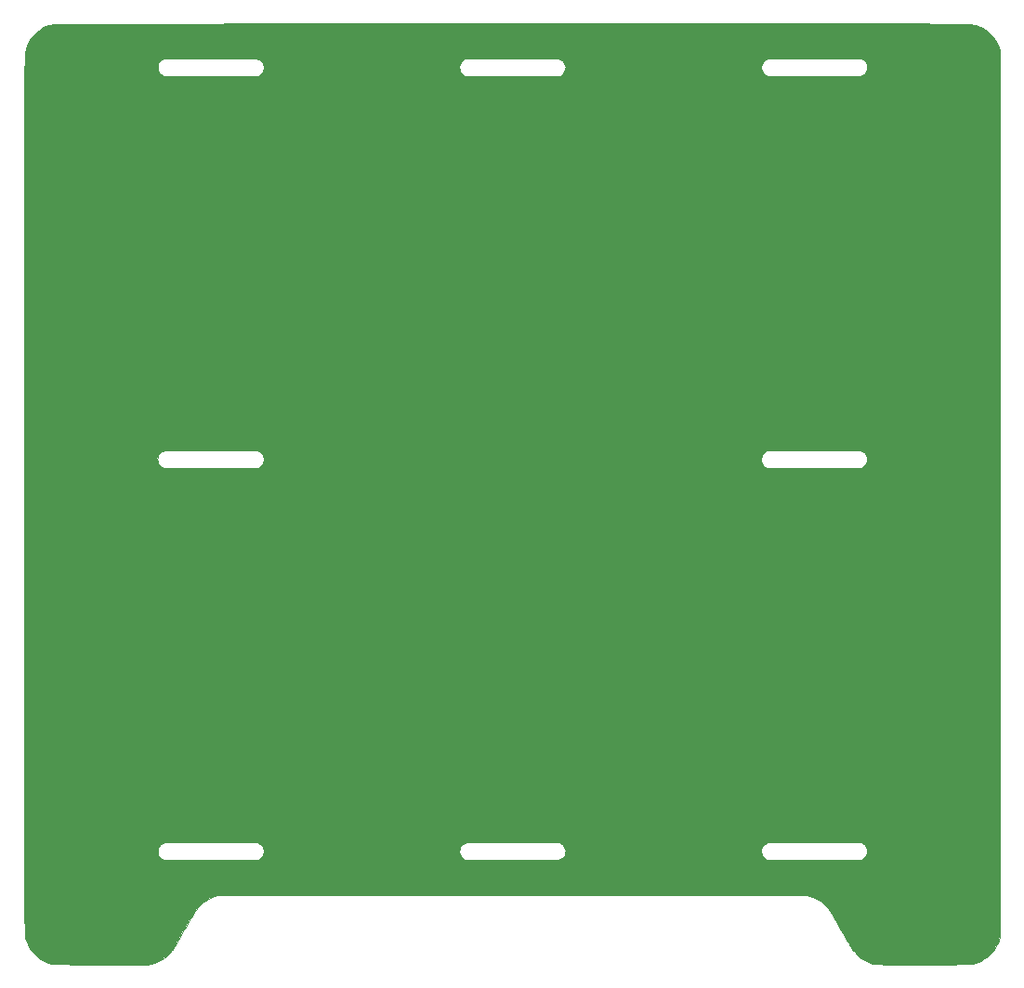
<source format=gbr>
%TF.GenerationSoftware,KiCad,Pcbnew,(6.0.0)*%
%TF.CreationDate,2022-01-21T14:37:34-08:00*%
%TF.ProjectId,PCB-side-name,5043422d-7369-4646-952d-6e616d652e6b,rev?*%
%TF.SameCoordinates,Original*%
%TF.FileFunction,Copper,L1,Top*%
%TF.FilePolarity,Positive*%
%FSLAX46Y46*%
G04 Gerber Fmt 4.6, Leading zero omitted, Abs format (unit mm)*
G04 Created by KiCad (PCBNEW (6.0.0)) date 2022-01-21 14:37:34*
%MOMM*%
%LPD*%
G01*
G04 APERTURE LIST*
%TA.AperFunction,EtchedComponent*%
%ADD10C,0.010000*%
%TD*%
G04 APERTURE END LIST*
D10*
%TO.C,Ref\u002A\u002A*%
X154393428Y-41405534D02*
X155758202Y-41405580D01*
X155758202Y-41405580D02*
X157084633Y-41405652D01*
X157084633Y-41405652D02*
X158372600Y-41405749D01*
X158372600Y-41405749D02*
X159621983Y-41405874D01*
X159621983Y-41405874D02*
X160832661Y-41406024D01*
X160832661Y-41406024D02*
X162004514Y-41406200D01*
X162004514Y-41406200D02*
X163137420Y-41406403D01*
X163137420Y-41406403D02*
X164231259Y-41406631D01*
X164231259Y-41406631D02*
X165285910Y-41406886D01*
X165285910Y-41406886D02*
X166301252Y-41407166D01*
X166301252Y-41407166D02*
X167277165Y-41407473D01*
X167277165Y-41407473D02*
X168213527Y-41407805D01*
X168213527Y-41407805D02*
X169110219Y-41408163D01*
X169110219Y-41408163D02*
X169967119Y-41408547D01*
X169967119Y-41408547D02*
X170784107Y-41408956D01*
X170784107Y-41408956D02*
X171561061Y-41409392D01*
X171561061Y-41409392D02*
X172297862Y-41409853D01*
X172297862Y-41409853D02*
X172994387Y-41410339D01*
X172994387Y-41410339D02*
X173650518Y-41410851D01*
X173650518Y-41410851D02*
X174266132Y-41411389D01*
X174266132Y-41411389D02*
X174841109Y-41411952D01*
X174841109Y-41411952D02*
X175375329Y-41412540D01*
X175375329Y-41412540D02*
X175868670Y-41413154D01*
X175868670Y-41413154D02*
X176321012Y-41413793D01*
X176321012Y-41413793D02*
X176732235Y-41414457D01*
X176732235Y-41414457D02*
X177102216Y-41415147D01*
X177102216Y-41415147D02*
X177430836Y-41415862D01*
X177430836Y-41415862D02*
X177717974Y-41416602D01*
X177717974Y-41416602D02*
X177963510Y-41417367D01*
X177963510Y-41417367D02*
X178167321Y-41418158D01*
X178167321Y-41418158D02*
X178329288Y-41418973D01*
X178329288Y-41418973D02*
X178449290Y-41419813D01*
X178449290Y-41419813D02*
X178527206Y-41420679D01*
X178527206Y-41420679D02*
X178562916Y-41421569D01*
X178562916Y-41421569D02*
X178563584Y-41421614D01*
X178563584Y-41421614D02*
X178857098Y-41452377D01*
X178857098Y-41452377D02*
X179123522Y-41501739D01*
X179123522Y-41501739D02*
X179375218Y-41572946D01*
X179375218Y-41572946D02*
X179624548Y-41669246D01*
X179624548Y-41669246D02*
X179779083Y-41740876D01*
X179779083Y-41740876D02*
X180093572Y-41918068D01*
X180093572Y-41918068D02*
X180383272Y-42128329D01*
X180383272Y-42128329D02*
X180646174Y-42369050D01*
X180646174Y-42369050D02*
X180880272Y-42637618D01*
X180880272Y-42637618D02*
X181083557Y-42931424D01*
X181083557Y-42931424D02*
X181254022Y-43247856D01*
X181254022Y-43247856D02*
X181389660Y-43584304D01*
X181389660Y-43584304D02*
X181488462Y-43938157D01*
X181488462Y-43938157D02*
X181496103Y-43973750D01*
X181496103Y-43973750D02*
X181497666Y-43981836D01*
X181497666Y-43981836D02*
X181499188Y-43991311D01*
X181499188Y-43991311D02*
X181500669Y-44002740D01*
X181500669Y-44002740D02*
X181502109Y-44016685D01*
X181502109Y-44016685D02*
X181503510Y-44033711D01*
X181503510Y-44033711D02*
X181504871Y-44054380D01*
X181504871Y-44054380D02*
X181506194Y-44079255D01*
X181506194Y-44079255D02*
X181507479Y-44108902D01*
X181507479Y-44108902D02*
X181508726Y-44143882D01*
X181508726Y-44143882D02*
X181509936Y-44184761D01*
X181509936Y-44184761D02*
X181511110Y-44232100D01*
X181511110Y-44232100D02*
X181512248Y-44286464D01*
X181512248Y-44286464D02*
X181513351Y-44348415D01*
X181513351Y-44348415D02*
X181514418Y-44418519D01*
X181514418Y-44418519D02*
X181515452Y-44497338D01*
X181515452Y-44497338D02*
X181516452Y-44585435D01*
X181516452Y-44585435D02*
X181517419Y-44683374D01*
X181517419Y-44683374D02*
X181518353Y-44791719D01*
X181518353Y-44791719D02*
X181519256Y-44911033D01*
X181519256Y-44911033D02*
X181520127Y-45041880D01*
X181520127Y-45041880D02*
X181520967Y-45184823D01*
X181520967Y-45184823D02*
X181521777Y-45340425D01*
X181521777Y-45340425D02*
X181522557Y-45509251D01*
X181522557Y-45509251D02*
X181523307Y-45691864D01*
X181523307Y-45691864D02*
X181524030Y-45888826D01*
X181524030Y-45888826D02*
X181524724Y-46100702D01*
X181524724Y-46100702D02*
X181525390Y-46328056D01*
X181525390Y-46328056D02*
X181526030Y-46571450D01*
X181526030Y-46571450D02*
X181526643Y-46831448D01*
X181526643Y-46831448D02*
X181527231Y-47108614D01*
X181527231Y-47108614D02*
X181527793Y-47403512D01*
X181527793Y-47403512D02*
X181528330Y-47716704D01*
X181528330Y-47716704D02*
X181528843Y-48048754D01*
X181528843Y-48048754D02*
X181529332Y-48400226D01*
X181529332Y-48400226D02*
X181529799Y-48771683D01*
X181529799Y-48771683D02*
X181530243Y-49163689D01*
X181530243Y-49163689D02*
X181530665Y-49576807D01*
X181530665Y-49576807D02*
X181531065Y-50011601D01*
X181531065Y-50011601D02*
X181531445Y-50468635D01*
X181531445Y-50468635D02*
X181531804Y-50948471D01*
X181531804Y-50948471D02*
X181532144Y-51451673D01*
X181532144Y-51451673D02*
X181532464Y-51978805D01*
X181532464Y-51978805D02*
X181532766Y-52530431D01*
X181532766Y-52530431D02*
X181533050Y-53107113D01*
X181533050Y-53107113D02*
X181533316Y-53709416D01*
X181533316Y-53709416D02*
X181533565Y-54337902D01*
X181533565Y-54337902D02*
X181533798Y-54993136D01*
X181533798Y-54993136D02*
X181534015Y-55675680D01*
X181534015Y-55675680D02*
X181534216Y-56386099D01*
X181534216Y-56386099D02*
X181534403Y-57124956D01*
X181534403Y-57124956D02*
X181534576Y-57892814D01*
X181534576Y-57892814D02*
X181534735Y-58690237D01*
X181534735Y-58690237D02*
X181534881Y-59517788D01*
X181534881Y-59517788D02*
X181535015Y-60376031D01*
X181535015Y-60376031D02*
X181535137Y-61265530D01*
X181535137Y-61265530D02*
X181535247Y-62186847D01*
X181535247Y-62186847D02*
X181535346Y-63140547D01*
X181535346Y-63140547D02*
X181535435Y-64127193D01*
X181535435Y-64127193D02*
X181535515Y-65147348D01*
X181535515Y-65147348D02*
X181535585Y-66201576D01*
X181535585Y-66201576D02*
X181535646Y-67290441D01*
X181535646Y-67290441D02*
X181535700Y-68414505D01*
X181535700Y-68414505D02*
X181535746Y-69574333D01*
X181535746Y-69574333D02*
X181535785Y-70770488D01*
X181535785Y-70770488D02*
X181535818Y-72003533D01*
X181535818Y-72003533D02*
X181535845Y-73274032D01*
X181535845Y-73274032D02*
X181535866Y-74582549D01*
X181535866Y-74582549D02*
X181535883Y-75929646D01*
X181535883Y-75929646D02*
X181535896Y-77315888D01*
X181535896Y-77315888D02*
X181535905Y-78741838D01*
X181535905Y-78741838D02*
X181535911Y-80208060D01*
X181535911Y-80208060D02*
X181535914Y-81715117D01*
X181535914Y-81715117D02*
X181535916Y-83263572D01*
X181535916Y-83263572D02*
X181535916Y-84306833D01*
X181535916Y-84306833D02*
X181535915Y-85883016D01*
X181535915Y-85883016D02*
X181535913Y-87417429D01*
X181535913Y-87417429D02*
X181535908Y-88910635D01*
X181535908Y-88910635D02*
X181535901Y-90363197D01*
X181535901Y-90363197D02*
X181535890Y-91775679D01*
X181535890Y-91775679D02*
X181535876Y-93148643D01*
X181535876Y-93148643D02*
X181535856Y-94482654D01*
X181535856Y-94482654D02*
X181535832Y-95778273D01*
X181535832Y-95778273D02*
X181535802Y-97036066D01*
X181535802Y-97036066D02*
X181535767Y-98256593D01*
X181535767Y-98256593D02*
X181535724Y-99440420D01*
X181535724Y-99440420D02*
X181535674Y-100588109D01*
X181535674Y-100588109D02*
X181535617Y-101700223D01*
X181535617Y-101700223D02*
X181535551Y-102777325D01*
X181535551Y-102777325D02*
X181535476Y-103819979D01*
X181535476Y-103819979D02*
X181535392Y-104828748D01*
X181535392Y-104828748D02*
X181535298Y-105804196D01*
X181535298Y-105804196D02*
X181535194Y-106746885D01*
X181535194Y-106746885D02*
X181535078Y-107657378D01*
X181535078Y-107657378D02*
X181534951Y-108536239D01*
X181534951Y-108536239D02*
X181534811Y-109384031D01*
X181534811Y-109384031D02*
X181534659Y-110201317D01*
X181534659Y-110201317D02*
X181534494Y-110988661D01*
X181534494Y-110988661D02*
X181534314Y-111746626D01*
X181534314Y-111746626D02*
X181534121Y-112475774D01*
X181534121Y-112475774D02*
X181533912Y-113176670D01*
X181533912Y-113176670D02*
X181533688Y-113849876D01*
X181533688Y-113849876D02*
X181533448Y-114495955D01*
X181533448Y-114495955D02*
X181533191Y-115115472D01*
X181533191Y-115115472D02*
X181532917Y-115708988D01*
X181532917Y-115708988D02*
X181532626Y-116277067D01*
X181532626Y-116277067D02*
X181532316Y-116820273D01*
X181532316Y-116820273D02*
X181531987Y-117339169D01*
X181531987Y-117339169D02*
X181531639Y-117834317D01*
X181531639Y-117834317D02*
X181531272Y-118306282D01*
X181531272Y-118306282D02*
X181530883Y-118755626D01*
X181530883Y-118755626D02*
X181530474Y-119182912D01*
X181530474Y-119182912D02*
X181530043Y-119588704D01*
X181530043Y-119588704D02*
X181529590Y-119973565D01*
X181529590Y-119973565D02*
X181529115Y-120338059D01*
X181529115Y-120338059D02*
X181528616Y-120682747D01*
X181528616Y-120682747D02*
X181528094Y-121008195D01*
X181528094Y-121008195D02*
X181527547Y-121314964D01*
X181527547Y-121314964D02*
X181526975Y-121603618D01*
X181526975Y-121603618D02*
X181526378Y-121874720D01*
X181526378Y-121874720D02*
X181525755Y-122128834D01*
X181525755Y-122128834D02*
X181525106Y-122366523D01*
X181525106Y-122366523D02*
X181524429Y-122588350D01*
X181524429Y-122588350D02*
X181523725Y-122794878D01*
X181523725Y-122794878D02*
X181522993Y-122986670D01*
X181522993Y-122986670D02*
X181522232Y-123164289D01*
X181522232Y-123164289D02*
X181521442Y-123328300D01*
X181521442Y-123328300D02*
X181520621Y-123479264D01*
X181520621Y-123479264D02*
X181519771Y-123617746D01*
X181519771Y-123617746D02*
X181518890Y-123744308D01*
X181518890Y-123744308D02*
X181517977Y-123859514D01*
X181517977Y-123859514D02*
X181517032Y-123963927D01*
X181517032Y-123963927D02*
X181516055Y-124058110D01*
X181516055Y-124058110D02*
X181515044Y-124142626D01*
X181515044Y-124142626D02*
X181514000Y-124218039D01*
X181514000Y-124218039D02*
X181512921Y-124284912D01*
X181512921Y-124284912D02*
X181511808Y-124343807D01*
X181511808Y-124343807D02*
X181510660Y-124395289D01*
X181510660Y-124395289D02*
X181509475Y-124439920D01*
X181509475Y-124439920D02*
X181508254Y-124478264D01*
X181508254Y-124478264D02*
X181506997Y-124510884D01*
X181506997Y-124510884D02*
X181505701Y-124538343D01*
X181505701Y-124538343D02*
X181504368Y-124561204D01*
X181504368Y-124561204D02*
X181502996Y-124580030D01*
X181502996Y-124580030D02*
X181501585Y-124595386D01*
X181501585Y-124595386D02*
X181500134Y-124607833D01*
X181500134Y-124607833D02*
X181498643Y-124617935D01*
X181498643Y-124617935D02*
X181497111Y-124626256D01*
X181497111Y-124626256D02*
X181496460Y-124629333D01*
X181496460Y-124629333D02*
X181396622Y-124991201D01*
X181396622Y-124991201D02*
X181261167Y-125332771D01*
X181261167Y-125332771D02*
X181091866Y-125652050D01*
X181091866Y-125652050D02*
X180890488Y-125947046D01*
X180890488Y-125947046D02*
X180658803Y-126215765D01*
X180658803Y-126215765D02*
X180398583Y-126456216D01*
X180398583Y-126456216D02*
X180111597Y-126666404D01*
X180111597Y-126666404D02*
X179799616Y-126844337D01*
X179799616Y-126844337D02*
X179464409Y-126988022D01*
X179464409Y-126988022D02*
X179373103Y-127019712D01*
X179373103Y-127019712D02*
X179317577Y-127038446D01*
X179317577Y-127038446D02*
X179267765Y-127055657D01*
X179267765Y-127055657D02*
X179221773Y-127071413D01*
X179221773Y-127071413D02*
X179177711Y-127085778D01*
X179177711Y-127085778D02*
X179133685Y-127098822D01*
X179133685Y-127098822D02*
X179087804Y-127110609D01*
X179087804Y-127110609D02*
X179038175Y-127121207D01*
X179038175Y-127121207D02*
X178982906Y-127130682D01*
X178982906Y-127130682D02*
X178920105Y-127139102D01*
X178920105Y-127139102D02*
X178847879Y-127146532D01*
X178847879Y-127146532D02*
X178764336Y-127153041D01*
X178764336Y-127153041D02*
X178667584Y-127158694D01*
X178667584Y-127158694D02*
X178555731Y-127163558D01*
X178555731Y-127163558D02*
X178426884Y-127167700D01*
X178426884Y-127167700D02*
X178279151Y-127171187D01*
X178279151Y-127171187D02*
X178110641Y-127174085D01*
X178110641Y-127174085D02*
X177919460Y-127176462D01*
X177919460Y-127176462D02*
X177703716Y-127178383D01*
X177703716Y-127178383D02*
X177461518Y-127179916D01*
X177461518Y-127179916D02*
X177190973Y-127181128D01*
X177190973Y-127181128D02*
X176890188Y-127182085D01*
X176890188Y-127182085D02*
X176557272Y-127182853D01*
X176557272Y-127182853D02*
X176190331Y-127183500D01*
X176190331Y-127183500D02*
X175787475Y-127184093D01*
X175787475Y-127184093D02*
X175346811Y-127184697D01*
X175346811Y-127184697D02*
X174866446Y-127185381D01*
X174866446Y-127185381D02*
X174667333Y-127185684D01*
X174667333Y-127185684D02*
X174165485Y-127186443D01*
X174165485Y-127186443D02*
X173704096Y-127187071D01*
X173704096Y-127187071D02*
X173281291Y-127187538D01*
X173281291Y-127187538D02*
X172895196Y-127187818D01*
X172895196Y-127187818D02*
X172543936Y-127187881D01*
X172543936Y-127187881D02*
X172225637Y-127187699D01*
X172225637Y-127187699D02*
X171938425Y-127187244D01*
X171938425Y-127187244D02*
X171680424Y-127186488D01*
X171680424Y-127186488D02*
X171449761Y-127185403D01*
X171449761Y-127185403D02*
X171244561Y-127183961D01*
X171244561Y-127183961D02*
X171062950Y-127182132D01*
X171062950Y-127182132D02*
X170903053Y-127179890D01*
X170903053Y-127179890D02*
X170762995Y-127177205D01*
X170762995Y-127177205D02*
X170640902Y-127174049D01*
X170640902Y-127174049D02*
X170534901Y-127170395D01*
X170534901Y-127170395D02*
X170443115Y-127166214D01*
X170443115Y-127166214D02*
X170363671Y-127161478D01*
X170363671Y-127161478D02*
X170294694Y-127156158D01*
X170294694Y-127156158D02*
X170234311Y-127150227D01*
X170234311Y-127150227D02*
X170180645Y-127143655D01*
X170180645Y-127143655D02*
X170131824Y-127136416D01*
X170131824Y-127136416D02*
X170085972Y-127128480D01*
X170085972Y-127128480D02*
X170041215Y-127119820D01*
X170041215Y-127119820D02*
X170021068Y-127115707D01*
X170021068Y-127115707D02*
X169689844Y-127026556D01*
X169689844Y-127026556D02*
X169366520Y-126899071D01*
X169366520Y-126899071D02*
X169056549Y-126736635D01*
X169056549Y-126736635D02*
X168765385Y-126542630D01*
X168765385Y-126542630D02*
X168498483Y-126320439D01*
X168498483Y-126320439D02*
X168261295Y-126073444D01*
X168261295Y-126073444D02*
X168180290Y-125974044D01*
X168180290Y-125974044D02*
X168153863Y-125940200D01*
X168153863Y-125940200D02*
X168130495Y-125910271D01*
X168130495Y-125910271D02*
X168108778Y-125881899D01*
X168108778Y-125881899D02*
X168087304Y-125852731D01*
X168087304Y-125852731D02*
X168064665Y-125820411D01*
X168064665Y-125820411D02*
X168039453Y-125782583D01*
X168039453Y-125782583D02*
X168010261Y-125736892D01*
X168010261Y-125736892D02*
X167975679Y-125680983D01*
X167975679Y-125680983D02*
X167934300Y-125612500D01*
X167934300Y-125612500D02*
X167884717Y-125529089D01*
X167884717Y-125529089D02*
X167825520Y-125428394D01*
X167825520Y-125428394D02*
X167755303Y-125308059D01*
X167755303Y-125308059D02*
X167672656Y-125165730D01*
X167672656Y-125165730D02*
X167576172Y-124999050D01*
X167576172Y-124999050D02*
X167464443Y-124805665D01*
X167464443Y-124805665D02*
X167336061Y-124583219D01*
X167336061Y-124583219D02*
X167189618Y-124329358D01*
X167189618Y-124329358D02*
X167023705Y-124041725D01*
X167023705Y-124041725D02*
X166984156Y-123973166D01*
X166984156Y-123973166D02*
X166841429Y-123726083D01*
X166841429Y-123726083D02*
X166703063Y-123487184D01*
X166703063Y-123487184D02*
X166570739Y-123259334D01*
X166570739Y-123259334D02*
X166446137Y-123045397D01*
X166446137Y-123045397D02*
X166330937Y-122848238D01*
X166330937Y-122848238D02*
X166226819Y-122670721D01*
X166226819Y-122670721D02*
X166135463Y-122515712D01*
X166135463Y-122515712D02*
X166058549Y-122386074D01*
X166058549Y-122386074D02*
X165997757Y-122284672D01*
X165997757Y-122284672D02*
X165954766Y-122214371D01*
X165954766Y-122214371D02*
X165931848Y-122178864D01*
X165931848Y-122178864D02*
X165704865Y-121893536D01*
X165704865Y-121893536D02*
X165449417Y-121639121D01*
X165449417Y-121639121D02*
X165166883Y-121416511D01*
X165166883Y-121416511D02*
X164858645Y-121226597D01*
X164858645Y-121226597D02*
X164526083Y-121070271D01*
X164526083Y-121070271D02*
X164170577Y-120948424D01*
X164170577Y-120948424D02*
X163935326Y-120889738D01*
X163935326Y-120889738D02*
X163925801Y-120887881D01*
X163925801Y-120887881D02*
X163914290Y-120886084D01*
X163914290Y-120886084D02*
X163900100Y-120884346D01*
X163900100Y-120884346D02*
X163882540Y-120882667D01*
X163882540Y-120882667D02*
X163860917Y-120881045D01*
X163860917Y-120881045D02*
X163834539Y-120879479D01*
X163834539Y-120879479D02*
X163802715Y-120877969D01*
X163802715Y-120877969D02*
X163764751Y-120876514D01*
X163764751Y-120876514D02*
X163719955Y-120875112D01*
X163719955Y-120875112D02*
X163667637Y-120873762D01*
X163667637Y-120873762D02*
X163607102Y-120872463D01*
X163607102Y-120872463D02*
X163537660Y-120871216D01*
X163537660Y-120871216D02*
X163458617Y-120870017D01*
X163458617Y-120870017D02*
X163369283Y-120868867D01*
X163369283Y-120868867D02*
X163268964Y-120867764D01*
X163268964Y-120867764D02*
X163156968Y-120866708D01*
X163156968Y-120866708D02*
X163032604Y-120865698D01*
X163032604Y-120865698D02*
X162895178Y-120864731D01*
X162895178Y-120864731D02*
X162744000Y-120863808D01*
X162744000Y-120863808D02*
X162578376Y-120862928D01*
X162578376Y-120862928D02*
X162397615Y-120862089D01*
X162397615Y-120862089D02*
X162201025Y-120861291D01*
X162201025Y-120861291D02*
X161987912Y-120860532D01*
X161987912Y-120860532D02*
X161757586Y-120859811D01*
X161757586Y-120859811D02*
X161509354Y-120859128D01*
X161509354Y-120859128D02*
X161242523Y-120858482D01*
X161242523Y-120858482D02*
X160956402Y-120857871D01*
X160956402Y-120857871D02*
X160650298Y-120857294D01*
X160650298Y-120857294D02*
X160323519Y-120856751D01*
X160323519Y-120856751D02*
X159975374Y-120856240D01*
X159975374Y-120856240D02*
X159605169Y-120855761D01*
X159605169Y-120855761D02*
X159212213Y-120855313D01*
X159212213Y-120855313D02*
X158795813Y-120854893D01*
X158795813Y-120854893D02*
X158355278Y-120854503D01*
X158355278Y-120854503D02*
X157889915Y-120854140D01*
X157889915Y-120854140D02*
X157399032Y-120853803D01*
X157399032Y-120853803D02*
X156881936Y-120853492D01*
X156881936Y-120853492D02*
X156337937Y-120853205D01*
X156337937Y-120853205D02*
X155766341Y-120852942D01*
X155766341Y-120852942D02*
X155166456Y-120852702D01*
X155166456Y-120852702D02*
X154537590Y-120852483D01*
X154537590Y-120852483D02*
X153879051Y-120852284D01*
X153879051Y-120852284D02*
X153190147Y-120852105D01*
X153190147Y-120852105D02*
X152470186Y-120851944D01*
X152470186Y-120851944D02*
X151718475Y-120851802D01*
X151718475Y-120851802D02*
X150934322Y-120851675D01*
X150934322Y-120851675D02*
X150117036Y-120851564D01*
X150117036Y-120851564D02*
X149265923Y-120851468D01*
X149265923Y-120851468D02*
X148380292Y-120851385D01*
X148380292Y-120851385D02*
X147459451Y-120851315D01*
X147459451Y-120851315D02*
X146502707Y-120851256D01*
X146502707Y-120851256D02*
X145509369Y-120851208D01*
X145509369Y-120851208D02*
X144478743Y-120851169D01*
X144478743Y-120851169D02*
X143410139Y-120851139D01*
X143410139Y-120851139D02*
X142302863Y-120851117D01*
X142302863Y-120851117D02*
X141156223Y-120851101D01*
X141156223Y-120851101D02*
X139969528Y-120851091D01*
X139969528Y-120851091D02*
X138742085Y-120851085D01*
X138742085Y-120851085D02*
X137473203Y-120851083D01*
X137473203Y-120851083D02*
X137096500Y-120851083D01*
X137096500Y-120851083D02*
X135814912Y-120851084D01*
X135814912Y-120851084D02*
X134574967Y-120851090D01*
X134574967Y-120851090D02*
X133375972Y-120851100D01*
X133375972Y-120851100D02*
X132217235Y-120851116D01*
X132217235Y-120851116D02*
X131098066Y-120851139D01*
X131098066Y-120851139D02*
X130017772Y-120851169D01*
X130017772Y-120851169D02*
X128975662Y-120851208D01*
X128975662Y-120851208D02*
X127971044Y-120851257D01*
X127971044Y-120851257D02*
X127003226Y-120851316D01*
X127003226Y-120851316D02*
X126071518Y-120851387D01*
X126071518Y-120851387D02*
X125175227Y-120851470D01*
X125175227Y-120851470D02*
X124313662Y-120851567D01*
X124313662Y-120851567D02*
X123486132Y-120851679D01*
X123486132Y-120851679D02*
X122691944Y-120851806D01*
X122691944Y-120851806D02*
X121930408Y-120851949D01*
X121930408Y-120851949D02*
X121200831Y-120852110D01*
X121200831Y-120852110D02*
X120502522Y-120852289D01*
X120502522Y-120852289D02*
X119834790Y-120852488D01*
X119834790Y-120852488D02*
X119196942Y-120852707D01*
X119196942Y-120852707D02*
X118588288Y-120852947D01*
X118588288Y-120852947D02*
X118008135Y-120853210D01*
X118008135Y-120853210D02*
X117455793Y-120853496D01*
X117455793Y-120853496D02*
X116930569Y-120853806D01*
X116930569Y-120853806D02*
X116431772Y-120854142D01*
X116431772Y-120854142D02*
X115958710Y-120854503D01*
X115958710Y-120854503D02*
X115510692Y-120854892D01*
X115510692Y-120854892D02*
X115087026Y-120855309D01*
X115087026Y-120855309D02*
X114687021Y-120855755D01*
X114687021Y-120855755D02*
X114309985Y-120856232D01*
X114309985Y-120856232D02*
X113955227Y-120856739D01*
X113955227Y-120856739D02*
X113622054Y-120857278D01*
X113622054Y-120857278D02*
X113309775Y-120857851D01*
X113309775Y-120857851D02*
X113017700Y-120858457D01*
X113017700Y-120858457D02*
X112745135Y-120859098D01*
X112745135Y-120859098D02*
X112491390Y-120859776D01*
X112491390Y-120859776D02*
X112255773Y-120860490D01*
X112255773Y-120860490D02*
X112037592Y-120861242D01*
X112037592Y-120861242D02*
X111836156Y-120862033D01*
X111836156Y-120862033D02*
X111650774Y-120862864D01*
X111650774Y-120862864D02*
X111480753Y-120863735D01*
X111480753Y-120863735D02*
X111325402Y-120864649D01*
X111325402Y-120864649D02*
X111184029Y-120865605D01*
X111184029Y-120865605D02*
X111055943Y-120866605D01*
X111055943Y-120866605D02*
X110940453Y-120867649D01*
X110940453Y-120867649D02*
X110836866Y-120868739D01*
X110836866Y-120868739D02*
X110744492Y-120869876D01*
X110744492Y-120869876D02*
X110662638Y-120871061D01*
X110662638Y-120871061D02*
X110590613Y-120872294D01*
X110590613Y-120872294D02*
X110527725Y-120873577D01*
X110527725Y-120873577D02*
X110473284Y-120874910D01*
X110473284Y-120874910D02*
X110426596Y-120876295D01*
X110426596Y-120876295D02*
X110386971Y-120877732D01*
X110386971Y-120877732D02*
X110353717Y-120879223D01*
X110353717Y-120879223D02*
X110326143Y-120880768D01*
X110326143Y-120880768D02*
X110303557Y-120882369D01*
X110303557Y-120882369D02*
X110285267Y-120884026D01*
X110285267Y-120884026D02*
X110270581Y-120885740D01*
X110270581Y-120885740D02*
X110258809Y-120887513D01*
X110258809Y-120887513D02*
X110251453Y-120888886D01*
X110251453Y-120888886D02*
X109900106Y-120980841D01*
X109900106Y-120980841D02*
X109563828Y-121109517D01*
X109563828Y-121109517D02*
X109246019Y-121272698D01*
X109246019Y-121272698D02*
X108950080Y-121468165D01*
X108950080Y-121468165D02*
X108679411Y-121693703D01*
X108679411Y-121693703D02*
X108437413Y-121947092D01*
X108437413Y-121947092D02*
X108248269Y-122195166D01*
X108248269Y-122195166D02*
X108219509Y-122240212D01*
X108219509Y-122240212D02*
X108171416Y-122319003D01*
X108171416Y-122319003D02*
X108105731Y-122428568D01*
X108105731Y-122428568D02*
X108024197Y-122565939D01*
X108024197Y-122565939D02*
X107928558Y-122728146D01*
X107928558Y-122728146D02*
X107820555Y-122912219D01*
X107820555Y-122912219D02*
X107701931Y-123115190D01*
X107701931Y-123115190D02*
X107574429Y-123334089D01*
X107574429Y-123334089D02*
X107439792Y-123565946D01*
X107439792Y-123565946D02*
X107299761Y-123807791D01*
X107299761Y-123807791D02*
X107167605Y-124036666D01*
X107167605Y-124036666D02*
X107024280Y-124284799D01*
X107024280Y-124284799D02*
X106884806Y-124525459D01*
X106884806Y-124525459D02*
X106750917Y-124755698D01*
X106750917Y-124755698D02*
X106624347Y-124972572D01*
X106624347Y-124972572D02*
X106506830Y-125173133D01*
X106506830Y-125173133D02*
X106400100Y-125354437D01*
X106400100Y-125354437D02*
X106305891Y-125513538D01*
X106305891Y-125513538D02*
X106225937Y-125647488D01*
X106225937Y-125647488D02*
X106161971Y-125753343D01*
X106161971Y-125753343D02*
X106115728Y-125828156D01*
X106115728Y-125828156D02*
X106090190Y-125867232D01*
X106090190Y-125867232D02*
X105992963Y-125992323D01*
X105992963Y-125992323D02*
X105870638Y-126130507D01*
X105870638Y-126130507D02*
X105733448Y-126271560D01*
X105733448Y-126271560D02*
X105591626Y-126405252D01*
X105591626Y-126405252D02*
X105455404Y-126521359D01*
X105455404Y-126521359D02*
X105373712Y-126583264D01*
X105373712Y-126583264D02*
X105083403Y-126765586D01*
X105083403Y-126765586D02*
X104766140Y-126920765D01*
X104766140Y-126920765D02*
X104430102Y-127045271D01*
X104430102Y-127045271D02*
X104103285Y-127131427D01*
X104103285Y-127131427D02*
X103875416Y-127179841D01*
X103875416Y-127179841D02*
X99758500Y-127182553D01*
X99758500Y-127182553D02*
X99341883Y-127182745D01*
X99341883Y-127182745D02*
X98935316Y-127182769D01*
X98935316Y-127182769D02*
X98540930Y-127182632D01*
X98540930Y-127182632D02*
X98160859Y-127182341D01*
X98160859Y-127182341D02*
X97797234Y-127181903D01*
X97797234Y-127181903D02*
X97452190Y-127181325D01*
X97452190Y-127181325D02*
X97127857Y-127180613D01*
X97127857Y-127180613D02*
X96826370Y-127179774D01*
X96826370Y-127179774D02*
X96549860Y-127178814D01*
X96549860Y-127178814D02*
X96300461Y-127177741D01*
X96300461Y-127177741D02*
X96080305Y-127176562D01*
X96080305Y-127176562D02*
X95891525Y-127175282D01*
X95891525Y-127175282D02*
X95736254Y-127173909D01*
X95736254Y-127173909D02*
X95616623Y-127172449D01*
X95616623Y-127172449D02*
X95534767Y-127170910D01*
X95534767Y-127170910D02*
X95492817Y-127169298D01*
X95492817Y-127169298D02*
X95490282Y-127169070D01*
X95490282Y-127169070D02*
X95133531Y-127109841D01*
X95133531Y-127109841D02*
X94783792Y-127010138D01*
X94783792Y-127010138D02*
X94445813Y-126871761D01*
X94445813Y-126871761D02*
X94124341Y-126696508D01*
X94124341Y-126696508D02*
X93964743Y-126591026D01*
X93964743Y-126591026D02*
X93827468Y-126484841D01*
X93827468Y-126484841D02*
X93678931Y-126353735D01*
X93678931Y-126353735D02*
X93529853Y-126208365D01*
X93529853Y-126208365D02*
X93390954Y-126059391D01*
X93390954Y-126059391D02*
X93272954Y-125917472D01*
X93272954Y-125917472D02*
X93232568Y-125863045D01*
X93232568Y-125863045D02*
X93061073Y-125590795D01*
X93061073Y-125590795D02*
X92912220Y-125292034D01*
X92912220Y-125292034D02*
X92790973Y-124978675D01*
X92790973Y-124978675D02*
X92702294Y-124662629D01*
X92702294Y-124662629D02*
X92674474Y-124523500D01*
X92674474Y-124523500D02*
X92672957Y-124513864D01*
X92672957Y-124513864D02*
X92671480Y-124502305D01*
X92671480Y-124502305D02*
X92670043Y-124488257D01*
X92670043Y-124488257D02*
X92668645Y-124471157D01*
X92668645Y-124471157D02*
X92667286Y-124450439D01*
X92667286Y-124450439D02*
X92665965Y-124425541D01*
X92665965Y-124425541D02*
X92664681Y-124395896D01*
X92664681Y-124395896D02*
X92663435Y-124360942D01*
X92663435Y-124360942D02*
X92662225Y-124320114D01*
X92662225Y-124320114D02*
X92661051Y-124272846D01*
X92661051Y-124272846D02*
X92659912Y-124218576D01*
X92659912Y-124218576D02*
X92658808Y-124156739D01*
X92658808Y-124156739D02*
X92657739Y-124086770D01*
X92657739Y-124086770D02*
X92656703Y-124008105D01*
X92656703Y-124008105D02*
X92655700Y-123920179D01*
X92655700Y-123920179D02*
X92654731Y-123822429D01*
X92654731Y-123822429D02*
X92653793Y-123714291D01*
X92653793Y-123714291D02*
X92652887Y-123595199D01*
X92652887Y-123595199D02*
X92652012Y-123464589D01*
X92652012Y-123464589D02*
X92651168Y-123321898D01*
X92651168Y-123321898D02*
X92650353Y-123166560D01*
X92650353Y-123166560D02*
X92649568Y-122998012D01*
X92649568Y-122998012D02*
X92648812Y-122815688D01*
X92648812Y-122815688D02*
X92648085Y-122619026D01*
X92648085Y-122619026D02*
X92647385Y-122407460D01*
X92647385Y-122407460D02*
X92646712Y-122180427D01*
X92646712Y-122180427D02*
X92646066Y-121937361D01*
X92646066Y-121937361D02*
X92645447Y-121677698D01*
X92645447Y-121677698D02*
X92644853Y-121400875D01*
X92644853Y-121400875D02*
X92644284Y-121106327D01*
X92644284Y-121106327D02*
X92643740Y-120793489D01*
X92643740Y-120793489D02*
X92643219Y-120461797D01*
X92643219Y-120461797D02*
X92642723Y-120110687D01*
X92642723Y-120110687D02*
X92642249Y-119739595D01*
X92642249Y-119739595D02*
X92641798Y-119347956D01*
X92641798Y-119347956D02*
X92641368Y-118935206D01*
X92641368Y-118935206D02*
X92640960Y-118500780D01*
X92640960Y-118500780D02*
X92640573Y-118044115D01*
X92640573Y-118044115D02*
X92640206Y-117564645D01*
X92640206Y-117564645D02*
X92639858Y-117061808D01*
X92639858Y-117061808D02*
X92639762Y-116906572D01*
X92639762Y-116906572D02*
X104759454Y-116906572D01*
X104759454Y-116906572D02*
X104785949Y-117064651D01*
X104785949Y-117064651D02*
X104841683Y-117215957D01*
X104841683Y-117215957D02*
X104926273Y-117355547D01*
X104926273Y-117355547D02*
X105039336Y-117478482D01*
X105039336Y-117478482D02*
X105180489Y-117579820D01*
X105180489Y-117579820D02*
X105349349Y-117654621D01*
X105349349Y-117654621D02*
X105357083Y-117657121D01*
X105357083Y-117657121D02*
X105374909Y-117660422D01*
X105374909Y-117660422D02*
X105407796Y-117663443D01*
X105407796Y-117663443D02*
X105457280Y-117666193D01*
X105457280Y-117666193D02*
X105524894Y-117668679D01*
X105524894Y-117668679D02*
X105612175Y-117670910D01*
X105612175Y-117670910D02*
X105720657Y-117672894D01*
X105720657Y-117672894D02*
X105851875Y-117674640D01*
X105851875Y-117674640D02*
X106007364Y-117676155D01*
X106007364Y-117676155D02*
X106188659Y-117677447D01*
X106188659Y-117677447D02*
X106397295Y-117678526D01*
X106397295Y-117678526D02*
X106634808Y-117679399D01*
X106634808Y-117679399D02*
X106902731Y-117680075D01*
X106902731Y-117680075D02*
X107202601Y-117680562D01*
X107202601Y-117680562D02*
X107535952Y-117680867D01*
X107535952Y-117680867D02*
X107904318Y-117681000D01*
X107904318Y-117681000D02*
X108309236Y-117680968D01*
X108309236Y-117680968D02*
X108752240Y-117680781D01*
X108752240Y-117680781D02*
X109234865Y-117680445D01*
X109234865Y-117680445D02*
X109632750Y-117680092D01*
X109632750Y-117680092D02*
X113823750Y-117676083D01*
X113823750Y-117676083D02*
X113950750Y-117613883D01*
X113950750Y-117613883D02*
X114079558Y-117533400D01*
X114079558Y-117533400D02*
X114200560Y-117426081D01*
X114200560Y-117426081D02*
X114301589Y-117304091D01*
X114301589Y-117304091D02*
X114359202Y-117205511D01*
X114359202Y-117205511D02*
X114385076Y-117146026D01*
X114385076Y-117146026D02*
X114401776Y-117092256D01*
X114401776Y-117092256D02*
X114411261Y-117032041D01*
X114411261Y-117032041D02*
X114415488Y-116953219D01*
X114415488Y-116953219D02*
X114416416Y-116850138D01*
X114416416Y-116850138D02*
X114416034Y-116798845D01*
X114416034Y-116798845D02*
X132256405Y-116798845D01*
X132256405Y-116798845D02*
X132265206Y-116981146D01*
X132265206Y-116981146D02*
X132313167Y-117164117D01*
X132313167Y-117164117D02*
X132384053Y-117299663D01*
X132384053Y-117299663D02*
X132488041Y-117426644D01*
X132488041Y-117426644D02*
X132615902Y-117536571D01*
X132615902Y-117536571D02*
X132758405Y-117620953D01*
X132758405Y-117620953D02*
X132848054Y-117656092D01*
X132848054Y-117656092D02*
X132865287Y-117659493D01*
X132865287Y-117659493D02*
X132895456Y-117662607D01*
X132895456Y-117662607D02*
X132940162Y-117665442D01*
X132940162Y-117665442D02*
X133001006Y-117668008D01*
X133001006Y-117668008D02*
X133079590Y-117670314D01*
X133079590Y-117670314D02*
X133177514Y-117672368D01*
X133177514Y-117672368D02*
X133296380Y-117674179D01*
X133296380Y-117674179D02*
X133437787Y-117675757D01*
X133437787Y-117675757D02*
X133603338Y-117677110D01*
X133603338Y-117677110D02*
X133794633Y-117678248D01*
X133794633Y-117678248D02*
X134013273Y-117679179D01*
X134013273Y-117679179D02*
X134260859Y-117679913D01*
X134260859Y-117679913D02*
X134538992Y-117680457D01*
X134538992Y-117680457D02*
X134849273Y-117680823D01*
X134849273Y-117680823D02*
X135193303Y-117681017D01*
X135193303Y-117681017D02*
X135572683Y-117681050D01*
X135572683Y-117681050D02*
X135989014Y-117680930D01*
X135989014Y-117680930D02*
X136443898Y-117680666D01*
X136443898Y-117680666D02*
X136938934Y-117680268D01*
X136938934Y-117680268D02*
X137128250Y-117680092D01*
X137128250Y-117680092D02*
X141319250Y-117676083D01*
X141319250Y-117676083D02*
X141458719Y-117607835D01*
X141458719Y-117607835D02*
X141614506Y-117508742D01*
X141614506Y-117508742D02*
X141743772Y-117379152D01*
X141743772Y-117379152D02*
X141842677Y-117224310D01*
X141842677Y-117224310D02*
X141907384Y-117049461D01*
X141907384Y-117049461D02*
X141923152Y-116973119D01*
X141923152Y-116973119D02*
X141930802Y-116797531D01*
X141930802Y-116797531D02*
X141928116Y-116782589D01*
X141928116Y-116782589D02*
X159753407Y-116782589D01*
X159753407Y-116782589D02*
X159756528Y-116951591D01*
X159756528Y-116951591D02*
X159794732Y-117118356D01*
X159794732Y-117118356D02*
X159869053Y-117277447D01*
X159869053Y-117277447D02*
X159975958Y-117418573D01*
X159975958Y-117418573D02*
X160118882Y-117543769D01*
X160118882Y-117543769D02*
X160278387Y-117632317D01*
X160278387Y-117632317D02*
X160343554Y-117656066D01*
X160343554Y-117656066D02*
X160360815Y-117659464D01*
X160360815Y-117659464D02*
X160391063Y-117662576D01*
X160391063Y-117662576D02*
X160435898Y-117665409D01*
X160435898Y-117665409D02*
X160496920Y-117667973D01*
X160496920Y-117667973D02*
X160575727Y-117670277D01*
X160575727Y-117670277D02*
X160673921Y-117672330D01*
X160673921Y-117672330D02*
X160793099Y-117674141D01*
X160793099Y-117674141D02*
X160934862Y-117675718D01*
X160934862Y-117675718D02*
X161100809Y-117677070D01*
X161100809Y-117677070D02*
X161292540Y-117678208D01*
X161292540Y-117678208D02*
X161511654Y-117679139D01*
X161511654Y-117679139D02*
X161759751Y-117679873D01*
X161759751Y-117679873D02*
X162038430Y-117680418D01*
X162038430Y-117680418D02*
X162349290Y-117680783D01*
X162349290Y-117680783D02*
X162693932Y-117680979D01*
X162693932Y-117680979D02*
X163073955Y-117681012D01*
X163073955Y-117681012D02*
X163490958Y-117680893D01*
X163490958Y-117680893D02*
X163946541Y-117680630D01*
X163946541Y-117680630D02*
X164442304Y-117680233D01*
X164442304Y-117680233D02*
X164623750Y-117680066D01*
X164623750Y-117680066D02*
X168814750Y-117676083D01*
X168814750Y-117676083D02*
X168935782Y-117619355D01*
X168935782Y-117619355D02*
X169091991Y-117523431D01*
X169091991Y-117523431D02*
X169224624Y-117395788D01*
X169224624Y-117395788D02*
X169328898Y-117242639D01*
X169328898Y-117242639D02*
X169400030Y-117070199D01*
X169400030Y-117070199D02*
X169419350Y-116991083D01*
X169419350Y-116991083D02*
X169431861Y-116820506D01*
X169431861Y-116820506D02*
X169405865Y-116650628D01*
X169405865Y-116650628D02*
X169344794Y-116487905D01*
X169344794Y-116487905D02*
X169252081Y-116338791D01*
X169252081Y-116338791D02*
X169131159Y-116209741D01*
X169131159Y-116209741D02*
X168985461Y-116107210D01*
X168985461Y-116107210D02*
X168935782Y-116081811D01*
X168935782Y-116081811D02*
X168814750Y-116025083D01*
X168814750Y-116025083D02*
X160368359Y-116025083D01*
X160368359Y-116025083D02*
X160227862Y-116094249D01*
X160227862Y-116094249D02*
X160071076Y-116192910D01*
X160071076Y-116192910D02*
X159944204Y-116316509D01*
X159944204Y-116316509D02*
X159848279Y-116459613D01*
X159848279Y-116459613D02*
X159784336Y-116616784D01*
X159784336Y-116616784D02*
X159753407Y-116782589D01*
X159753407Y-116782589D02*
X141928116Y-116782589D01*
X141928116Y-116782589D02*
X141899739Y-116624779D01*
X141899739Y-116624779D02*
X141833435Y-116461271D01*
X141833435Y-116461271D02*
X141735360Y-116313413D01*
X141735360Y-116313413D02*
X141608985Y-116187611D01*
X141608985Y-116187611D02*
X141457780Y-116090271D01*
X141457780Y-116090271D02*
X141440282Y-116081811D01*
X141440282Y-116081811D02*
X141319250Y-116025083D01*
X141319250Y-116025083D02*
X132873750Y-116025083D01*
X132873750Y-116025083D02*
X132736166Y-116090584D01*
X132736166Y-116090584D02*
X132577019Y-116188284D01*
X132577019Y-116188284D02*
X132447477Y-116313016D01*
X132447477Y-116313016D02*
X132349532Y-116459724D01*
X132349532Y-116459724D02*
X132285178Y-116623352D01*
X132285178Y-116623352D02*
X132256405Y-116798845D01*
X132256405Y-116798845D02*
X114416034Y-116798845D01*
X114416034Y-116798845D02*
X114415631Y-116744977D01*
X114415631Y-116744977D02*
X114411756Y-116669763D01*
X114411756Y-116669763D02*
X114402511Y-116612115D01*
X114402511Y-116612115D02*
X114385618Y-116559654D01*
X114385618Y-116559654D02*
X114358797Y-116500000D01*
X114358797Y-116500000D02*
X114347809Y-116477499D01*
X114347809Y-116477499D02*
X114251268Y-116326692D01*
X114251268Y-116326692D02*
X114123571Y-116196551D01*
X114123571Y-116196551D02*
X113974207Y-116096392D01*
X113974207Y-116096392D02*
X113944782Y-116081811D01*
X113944782Y-116081811D02*
X113823750Y-116025083D01*
X113823750Y-116025083D02*
X105378250Y-116025083D01*
X105378250Y-116025083D02*
X105235909Y-116092512D01*
X105235909Y-116092512D02*
X105078940Y-116187483D01*
X105078940Y-116187483D02*
X104953505Y-116305324D01*
X104953505Y-116305324D02*
X104859222Y-116441094D01*
X104859222Y-116441094D02*
X104795707Y-116589852D01*
X104795707Y-116589852D02*
X104762578Y-116746658D01*
X104762578Y-116746658D02*
X104759454Y-116906572D01*
X104759454Y-116906572D02*
X92639762Y-116906572D01*
X92639762Y-116906572D02*
X92639530Y-116535037D01*
X92639530Y-116535037D02*
X92639221Y-115983769D01*
X92639221Y-115983769D02*
X92638929Y-115407440D01*
X92638929Y-115407440D02*
X92638655Y-114805485D01*
X92638655Y-114805485D02*
X92638399Y-114177340D01*
X92638399Y-114177340D02*
X92638158Y-113522441D01*
X92638158Y-113522441D02*
X92637934Y-112840223D01*
X92637934Y-112840223D02*
X92637725Y-112130122D01*
X92637725Y-112130122D02*
X92637530Y-111391574D01*
X92637530Y-111391574D02*
X92637350Y-110624013D01*
X92637350Y-110624013D02*
X92637184Y-109826877D01*
X92637184Y-109826877D02*
X92637031Y-108999601D01*
X92637031Y-108999601D02*
X92636891Y-108141620D01*
X92636891Y-108141620D02*
X92636763Y-107252370D01*
X92636763Y-107252370D02*
X92636646Y-106331286D01*
X92636646Y-106331286D02*
X92636541Y-105377805D01*
X92636541Y-105377805D02*
X92636446Y-104391362D01*
X92636446Y-104391362D02*
X92636361Y-103371393D01*
X92636361Y-103371393D02*
X92636286Y-102317333D01*
X92636286Y-102317333D02*
X92636219Y-101228618D01*
X92636219Y-101228618D02*
X92636161Y-100104684D01*
X92636161Y-100104684D02*
X92636110Y-98944966D01*
X92636110Y-98944966D02*
X92636067Y-97748900D01*
X92636067Y-97748900D02*
X92636031Y-96515922D01*
X92636031Y-96515922D02*
X92636000Y-95245468D01*
X92636000Y-95245468D02*
X92635976Y-93936972D01*
X92635976Y-93936972D02*
X92635956Y-92589872D01*
X92635956Y-92589872D02*
X92635941Y-91203602D01*
X92635941Y-91203602D02*
X92635930Y-89777597D01*
X92635930Y-89777597D02*
X92635923Y-88311295D01*
X92635923Y-88311295D02*
X92635919Y-86804130D01*
X92635919Y-86804130D02*
X92635916Y-85255538D01*
X92635916Y-85255538D02*
X92635916Y-84296250D01*
X92635916Y-84296250D02*
X92635917Y-82722498D01*
X92635917Y-82722498D02*
X92635920Y-81190515D01*
X92635920Y-81190515D02*
X92635920Y-81123444D01*
X92635920Y-81123444D02*
X104756343Y-81123444D01*
X104756343Y-81123444D02*
X104772572Y-81297743D01*
X104772572Y-81297743D02*
X104825929Y-81461523D01*
X104825929Y-81461523D02*
X104909083Y-81611437D01*
X104909083Y-81611437D02*
X105010137Y-81730515D01*
X105010137Y-81730515D02*
X105136943Y-81826159D01*
X105136943Y-81826159D02*
X105297075Y-81905656D01*
X105297075Y-81905656D02*
X105420583Y-81956549D01*
X105420583Y-81956549D02*
X109622166Y-81951649D01*
X109622166Y-81951649D02*
X113823750Y-81946750D01*
X113823750Y-81946750D02*
X113944782Y-81890022D01*
X113944782Y-81890022D02*
X114095545Y-81797594D01*
X114095545Y-81797594D02*
X114227187Y-81674004D01*
X114227187Y-81674004D02*
X114329700Y-81529048D01*
X114329700Y-81529048D02*
X114346707Y-81496573D01*
X114346707Y-81496573D02*
X114382938Y-81415624D01*
X114382938Y-81415624D02*
X114405104Y-81342337D01*
X114405104Y-81342337D02*
X114417463Y-81258754D01*
X114417463Y-81258754D02*
X114421758Y-81194086D01*
X114421758Y-81194086D02*
X159753753Y-81194086D01*
X159753753Y-81194086D02*
X159784099Y-81359601D01*
X159784099Y-81359601D02*
X159849826Y-81517621D01*
X159849826Y-81517621D02*
X159952134Y-81662625D01*
X159952134Y-81662625D02*
X159960811Y-81672271D01*
X159960811Y-81672271D02*
X160104724Y-81803692D01*
X160104724Y-81803692D02*
X160260451Y-81895336D01*
X160260451Y-81895336D02*
X160343554Y-81926732D01*
X160343554Y-81926732D02*
X160360815Y-81930131D01*
X160360815Y-81930131D02*
X160391063Y-81933243D01*
X160391063Y-81933243D02*
X160435898Y-81936076D01*
X160435898Y-81936076D02*
X160496920Y-81938640D01*
X160496920Y-81938640D02*
X160575727Y-81940944D01*
X160575727Y-81940944D02*
X160673921Y-81942997D01*
X160673921Y-81942997D02*
X160793099Y-81944807D01*
X160793099Y-81944807D02*
X160934862Y-81946384D01*
X160934862Y-81946384D02*
X161100809Y-81947737D01*
X161100809Y-81947737D02*
X161292540Y-81948875D01*
X161292540Y-81948875D02*
X161511654Y-81949806D01*
X161511654Y-81949806D02*
X161759751Y-81950539D01*
X161759751Y-81950539D02*
X162038430Y-81951084D01*
X162038430Y-81951084D02*
X162349290Y-81951450D01*
X162349290Y-81951450D02*
X162693932Y-81951645D01*
X162693932Y-81951645D02*
X163073955Y-81951679D01*
X163073955Y-81951679D02*
X163490958Y-81951560D01*
X163490958Y-81951560D02*
X163946541Y-81951297D01*
X163946541Y-81951297D02*
X164442304Y-81950900D01*
X164442304Y-81950900D02*
X164623750Y-81950732D01*
X164623750Y-81950732D02*
X168814750Y-81946750D01*
X168814750Y-81946750D02*
X168935782Y-81890022D01*
X168935782Y-81890022D02*
X169091991Y-81794098D01*
X169091991Y-81794098D02*
X169224624Y-81666455D01*
X169224624Y-81666455D02*
X169328898Y-81513306D01*
X169328898Y-81513306D02*
X169400030Y-81340866D01*
X169400030Y-81340866D02*
X169419350Y-81261750D01*
X169419350Y-81261750D02*
X169432139Y-81089762D01*
X169432139Y-81089762D02*
X169406219Y-80919119D01*
X169406219Y-80919119D02*
X169344912Y-80756231D01*
X169344912Y-80756231D02*
X169251537Y-80607507D01*
X169251537Y-80607507D02*
X169129416Y-80479356D01*
X169129416Y-80479356D02*
X168981869Y-80378187D01*
X168981869Y-80378187D02*
X168954219Y-80363997D01*
X168954219Y-80363997D02*
X168814750Y-80295750D01*
X168814750Y-80295750D02*
X160369250Y-80295750D01*
X160369250Y-80295750D02*
X160247485Y-80352812D01*
X160247485Y-80352812D02*
X160090741Y-80447343D01*
X160090741Y-80447343D02*
X159962179Y-80567508D01*
X159962179Y-80567508D02*
X159863000Y-80707786D01*
X159863000Y-80707786D02*
X159794403Y-80862657D01*
X159794403Y-80862657D02*
X159757587Y-81026597D01*
X159757587Y-81026597D02*
X159753753Y-81194086D01*
X159753753Y-81194086D02*
X114421758Y-81194086D01*
X114421758Y-81194086D02*
X114423041Y-81174771D01*
X114423041Y-81174771D02*
X114420939Y-81008474D01*
X114420939Y-81008474D02*
X114395042Y-80867016D01*
X114395042Y-80867016D02*
X114342180Y-80738264D01*
X114342180Y-80738264D02*
X114284561Y-80645073D01*
X114284561Y-80645073D02*
X114163963Y-80506656D01*
X114163963Y-80506656D02*
X114019298Y-80399026D01*
X114019298Y-80399026D02*
X113857468Y-80327304D01*
X113857468Y-80327304D02*
X113855500Y-80326697D01*
X113855500Y-80326697D02*
X113838618Y-80321702D01*
X113838618Y-80321702D02*
X113820740Y-80317120D01*
X113820740Y-80317120D02*
X113800068Y-80312938D01*
X113800068Y-80312938D02*
X113774800Y-80309139D01*
X113774800Y-80309139D02*
X113743139Y-80305708D01*
X113743139Y-80305708D02*
X113703284Y-80302630D01*
X113703284Y-80302630D02*
X113653435Y-80299889D01*
X113653435Y-80299889D02*
X113591794Y-80297471D01*
X113591794Y-80297471D02*
X113516560Y-80295360D01*
X113516560Y-80295360D02*
X113425934Y-80293541D01*
X113425934Y-80293541D02*
X113318117Y-80291998D01*
X113318117Y-80291998D02*
X113191308Y-80290716D01*
X113191308Y-80290716D02*
X113043710Y-80289681D01*
X113043710Y-80289681D02*
X112873521Y-80288876D01*
X112873521Y-80288876D02*
X112678942Y-80288286D01*
X112678942Y-80288286D02*
X112458175Y-80287897D01*
X112458175Y-80287897D02*
X112209418Y-80287692D01*
X112209418Y-80287692D02*
X111930874Y-80287657D01*
X111930874Y-80287657D02*
X111620742Y-80287776D01*
X111620742Y-80287776D02*
X111277222Y-80288034D01*
X111277222Y-80288034D02*
X110898516Y-80288416D01*
X110898516Y-80288416D02*
X110482823Y-80288906D01*
X110482823Y-80288906D02*
X110028344Y-80289490D01*
X110028344Y-80289490D02*
X109548083Y-80290132D01*
X109548083Y-80290132D02*
X105378250Y-80295750D01*
X105378250Y-80295750D02*
X105240666Y-80363186D01*
X105240666Y-80363186D02*
X105162515Y-80404881D01*
X105162515Y-80404881D02*
X105092163Y-80448226D01*
X105092163Y-80448226D02*
X105046724Y-80482288D01*
X105046724Y-80482288D02*
X104923799Y-80621019D01*
X104923799Y-80621019D02*
X104833439Y-80778506D01*
X104833439Y-80778506D02*
X104777126Y-80948173D01*
X104777126Y-80948173D02*
X104756343Y-81123444D01*
X104756343Y-81123444D02*
X92635920Y-81123444D01*
X92635920Y-81123444D02*
X92635925Y-79699736D01*
X92635925Y-79699736D02*
X92635933Y-78249596D01*
X92635933Y-78249596D02*
X92635945Y-76839532D01*
X92635945Y-76839532D02*
X92635961Y-75468979D01*
X92635961Y-75468979D02*
X92635981Y-74137372D01*
X92635981Y-74137372D02*
X92636007Y-72844146D01*
X92636007Y-72844146D02*
X92636039Y-71588737D01*
X92636039Y-71588737D02*
X92636076Y-70370580D01*
X92636076Y-70370580D02*
X92636121Y-69189111D01*
X92636121Y-69189111D02*
X92636173Y-68043766D01*
X92636173Y-68043766D02*
X92636233Y-66933979D01*
X92636233Y-66933979D02*
X92636301Y-65859187D01*
X92636301Y-65859187D02*
X92636379Y-64818824D01*
X92636379Y-64818824D02*
X92636466Y-63812326D01*
X92636466Y-63812326D02*
X92636563Y-62839129D01*
X92636563Y-62839129D02*
X92636671Y-61898667D01*
X92636671Y-61898667D02*
X92636790Y-60990378D01*
X92636790Y-60990378D02*
X92636921Y-60113695D01*
X92636921Y-60113695D02*
X92637064Y-59268054D01*
X92637064Y-59268054D02*
X92637220Y-58452891D01*
X92637220Y-58452891D02*
X92637390Y-57667642D01*
X92637390Y-57667642D02*
X92637573Y-56911741D01*
X92637573Y-56911741D02*
X92637771Y-56184624D01*
X92637771Y-56184624D02*
X92637984Y-55485727D01*
X92637984Y-55485727D02*
X92638212Y-54814485D01*
X92638212Y-54814485D02*
X92638457Y-54170334D01*
X92638457Y-54170334D02*
X92638718Y-53552708D01*
X92638718Y-53552708D02*
X92638997Y-52961044D01*
X92638997Y-52961044D02*
X92639293Y-52394777D01*
X92639293Y-52394777D02*
X92639608Y-51853342D01*
X92639608Y-51853342D02*
X92639941Y-51336175D01*
X92639941Y-51336175D02*
X92640294Y-50842711D01*
X92640294Y-50842711D02*
X92640667Y-50372386D01*
X92640667Y-50372386D02*
X92641061Y-49924634D01*
X92641061Y-49924634D02*
X92641475Y-49498893D01*
X92641475Y-49498893D02*
X92641911Y-49094596D01*
X92641911Y-49094596D02*
X92642370Y-48711180D01*
X92642370Y-48711180D02*
X92642850Y-48348080D01*
X92642850Y-48348080D02*
X92643355Y-48004731D01*
X92643355Y-48004731D02*
X92643883Y-47680569D01*
X92643883Y-47680569D02*
X92644435Y-47375029D01*
X92644435Y-47375029D02*
X92645012Y-47087547D01*
X92645012Y-47087547D02*
X92645615Y-46817558D01*
X92645615Y-46817558D02*
X92646243Y-46564498D01*
X92646243Y-46564498D02*
X92646898Y-46327801D01*
X92646898Y-46327801D02*
X92647580Y-46106905D01*
X92647580Y-46106905D02*
X92648290Y-45901243D01*
X92648290Y-45901243D02*
X92649028Y-45710252D01*
X92649028Y-45710252D02*
X92649795Y-45533366D01*
X92649795Y-45533366D02*
X92650431Y-45402500D01*
X92650431Y-45402500D02*
X104765471Y-45402500D01*
X104765471Y-45402500D02*
X104766966Y-45504817D01*
X104766966Y-45504817D02*
X104773506Y-45579415D01*
X104773506Y-45579415D02*
X104787655Y-45640834D01*
X104787655Y-45640834D02*
X104811973Y-45703613D01*
X104811973Y-45703613D02*
X104822668Y-45727109D01*
X104822668Y-45727109D02*
X104919981Y-45895653D01*
X104919981Y-45895653D02*
X105039895Y-46029408D01*
X105039895Y-46029408D02*
X105185187Y-46130990D01*
X105185187Y-46130990D02*
X105311127Y-46187150D01*
X105311127Y-46187150D02*
X105325145Y-46191812D01*
X105325145Y-46191812D02*
X105341442Y-46196089D01*
X105341442Y-46196089D02*
X105361797Y-46199994D01*
X105361797Y-46199994D02*
X105387989Y-46203543D01*
X105387989Y-46203543D02*
X105421796Y-46206749D01*
X105421796Y-46206749D02*
X105464997Y-46209627D01*
X105464997Y-46209627D02*
X105519372Y-46212192D01*
X105519372Y-46212192D02*
X105586698Y-46214457D01*
X105586698Y-46214457D02*
X105668756Y-46216438D01*
X105668756Y-46216438D02*
X105767323Y-46218147D01*
X105767323Y-46218147D02*
X105884179Y-46219601D01*
X105884179Y-46219601D02*
X106021102Y-46220813D01*
X106021102Y-46220813D02*
X106179872Y-46221798D01*
X106179872Y-46221798D02*
X106362267Y-46222570D01*
X106362267Y-46222570D02*
X106570066Y-46223144D01*
X106570066Y-46223144D02*
X106805048Y-46223533D01*
X106805048Y-46223533D02*
X107068991Y-46223752D01*
X107068991Y-46223752D02*
X107363675Y-46223817D01*
X107363675Y-46223817D02*
X107690879Y-46223740D01*
X107690879Y-46223740D02*
X108052381Y-46223536D01*
X108052381Y-46223536D02*
X108449960Y-46223221D01*
X108449960Y-46223221D02*
X108885395Y-46222808D01*
X108885395Y-46222808D02*
X109360466Y-46222311D01*
X109360466Y-46222311D02*
X109622166Y-46222026D01*
X109622166Y-46222026D02*
X113823750Y-46217416D01*
X113823750Y-46217416D02*
X113944782Y-46160688D01*
X113944782Y-46160688D02*
X114097130Y-46067138D01*
X114097130Y-46067138D02*
X114229578Y-45941871D01*
X114229578Y-45941871D02*
X114332636Y-45794205D01*
X114332636Y-45794205D02*
X114347809Y-45765000D01*
X114347809Y-45765000D02*
X114378268Y-45700460D01*
X114378268Y-45700460D02*
X114398073Y-45647053D01*
X114398073Y-45647053D02*
X114409505Y-45592399D01*
X114409505Y-45592399D02*
X114414841Y-45524118D01*
X114414841Y-45524118D02*
X114415644Y-45474332D01*
X114415644Y-45474332D02*
X132259939Y-45474332D01*
X132259939Y-45474332D02*
X132293422Y-45644120D01*
X132293422Y-45644120D02*
X132359097Y-45803227D01*
X132359097Y-45803227D02*
X132455498Y-45944960D01*
X132455498Y-45944960D02*
X132581157Y-46062626D01*
X132581157Y-46062626D02*
X132611973Y-46084213D01*
X132611973Y-46084213D02*
X132635752Y-46100826D01*
X132635752Y-46100826D02*
X132656069Y-46116100D01*
X132656069Y-46116100D02*
X132674699Y-46130090D01*
X132674699Y-46130090D02*
X132693420Y-46142850D01*
X132693420Y-46142850D02*
X132714008Y-46154435D01*
X132714008Y-46154435D02*
X132738240Y-46164898D01*
X132738240Y-46164898D02*
X132767892Y-46174295D01*
X132767892Y-46174295D02*
X132804741Y-46182678D01*
X132804741Y-46182678D02*
X132850563Y-46190103D01*
X132850563Y-46190103D02*
X132907136Y-46196623D01*
X132907136Y-46196623D02*
X132976235Y-46202293D01*
X132976235Y-46202293D02*
X133059638Y-46207168D01*
X133059638Y-46207168D02*
X133159120Y-46211300D01*
X133159120Y-46211300D02*
X133276460Y-46214746D01*
X133276460Y-46214746D02*
X133413432Y-46217558D01*
X133413432Y-46217558D02*
X133571814Y-46219791D01*
X133571814Y-46219791D02*
X133753383Y-46221499D01*
X133753383Y-46221499D02*
X133959914Y-46222737D01*
X133959914Y-46222737D02*
X134193185Y-46223559D01*
X134193185Y-46223559D02*
X134454973Y-46224019D01*
X134454973Y-46224019D02*
X134747053Y-46224171D01*
X134747053Y-46224171D02*
X135071202Y-46224070D01*
X135071202Y-46224070D02*
X135429198Y-46223769D01*
X135429198Y-46223769D02*
X135822816Y-46223324D01*
X135822816Y-46223324D02*
X136253834Y-46222787D01*
X136253834Y-46222787D02*
X136724027Y-46222215D01*
X136724027Y-46222215D02*
X137117666Y-46221779D01*
X137117666Y-46221779D02*
X141319250Y-46217416D01*
X141319250Y-46217416D02*
X141450956Y-46156580D01*
X141450956Y-46156580D02*
X141597533Y-46066478D01*
X141597533Y-46066478D02*
X141724284Y-45944040D01*
X141724284Y-45944040D02*
X141825617Y-45796799D01*
X141825617Y-45796799D02*
X141895941Y-45632287D01*
X141895941Y-45632287D02*
X141921989Y-45522052D01*
X141921989Y-45522052D02*
X141926288Y-45434464D01*
X141926288Y-45434464D02*
X159750302Y-45434464D01*
X159750302Y-45434464D02*
X159761753Y-45533663D01*
X159761753Y-45533663D02*
X159816033Y-45719255D01*
X159816033Y-45719255D02*
X159904855Y-45880672D01*
X159904855Y-45880672D02*
X160027279Y-46016828D01*
X160027279Y-46016828D02*
X160182364Y-46126636D01*
X160182364Y-46126636D02*
X160336342Y-46197406D01*
X160336342Y-46197406D02*
X160351951Y-46200778D01*
X160351951Y-46200778D02*
X160380815Y-46203866D01*
X160380815Y-46203866D02*
X160424518Y-46206679D01*
X160424518Y-46206679D02*
X160484644Y-46209225D01*
X160484644Y-46209225D02*
X160562776Y-46211515D01*
X160562776Y-46211515D02*
X160660498Y-46213556D01*
X160660498Y-46213556D02*
X160779394Y-46215357D01*
X160779394Y-46215357D02*
X160921047Y-46216928D01*
X160921047Y-46216928D02*
X161087041Y-46218276D01*
X161087041Y-46218276D02*
X161278960Y-46219412D01*
X161278960Y-46219412D02*
X161498387Y-46220343D01*
X161498387Y-46220343D02*
X161746906Y-46221078D01*
X161746906Y-46221078D02*
X162026100Y-46221627D01*
X162026100Y-46221627D02*
X162337553Y-46221998D01*
X162337553Y-46221998D02*
X162682849Y-46222200D01*
X162682849Y-46222200D02*
X163063571Y-46222242D01*
X163063571Y-46222242D02*
X163481304Y-46222133D01*
X163481304Y-46222133D02*
X163937629Y-46221881D01*
X163937629Y-46221881D02*
X164434133Y-46221495D01*
X164434133Y-46221495D02*
X164623750Y-46221325D01*
X164623750Y-46221325D02*
X168835916Y-46217416D01*
X168835916Y-46217416D02*
X168962916Y-46150396D01*
X168962916Y-46150396D02*
X169115137Y-46048633D01*
X169115137Y-46048633D02*
X169241263Y-45920739D01*
X169241263Y-45920739D02*
X169338077Y-45772859D01*
X169338077Y-45772859D02*
X169402360Y-45611138D01*
X169402360Y-45611138D02*
X169430897Y-45441721D01*
X169430897Y-45441721D02*
X169421242Y-45275066D01*
X169421242Y-45275066D02*
X169368563Y-45085830D01*
X169368563Y-45085830D02*
X169282114Y-44920246D01*
X169282114Y-44920246D02*
X169163463Y-44780740D01*
X169163463Y-44780740D02*
X169041174Y-44686191D01*
X169041174Y-44686191D02*
X169018067Y-44670873D01*
X169018067Y-44670873D02*
X168997820Y-44656800D01*
X168997820Y-44656800D02*
X168978641Y-44643919D01*
X168978641Y-44643919D02*
X168958740Y-44632176D01*
X168958740Y-44632176D02*
X168936327Y-44621521D01*
X168936327Y-44621521D02*
X168909610Y-44611899D01*
X168909610Y-44611899D02*
X168876799Y-44603259D01*
X168876799Y-44603259D02*
X168836102Y-44595548D01*
X168836102Y-44595548D02*
X168785730Y-44588714D01*
X168785730Y-44588714D02*
X168723892Y-44582704D01*
X168723892Y-44582704D02*
X168648796Y-44577466D01*
X168648796Y-44577466D02*
X168558652Y-44572947D01*
X168558652Y-44572947D02*
X168451669Y-44569095D01*
X168451669Y-44569095D02*
X168326057Y-44565857D01*
X168326057Y-44565857D02*
X168180024Y-44563182D01*
X168180024Y-44563182D02*
X168011780Y-44561016D01*
X168011780Y-44561016D02*
X167819535Y-44559306D01*
X167819535Y-44559306D02*
X167601497Y-44558002D01*
X167601497Y-44558002D02*
X167355875Y-44557049D01*
X167355875Y-44557049D02*
X167080879Y-44556396D01*
X167080879Y-44556396D02*
X166774719Y-44555990D01*
X166774719Y-44555990D02*
X166435603Y-44555779D01*
X166435603Y-44555779D02*
X166061740Y-44555710D01*
X166061740Y-44555710D02*
X165651340Y-44555730D01*
X165651340Y-44555730D02*
X165202613Y-44555788D01*
X165202613Y-44555788D02*
X164713766Y-44555831D01*
X164713766Y-44555831D02*
X164591999Y-44555833D01*
X164591999Y-44555833D02*
X164093396Y-44555802D01*
X164093396Y-44555802D02*
X163635335Y-44555743D01*
X163635335Y-44555743D02*
X163216025Y-44555708D01*
X163216025Y-44555708D02*
X162833677Y-44555752D01*
X162833677Y-44555752D02*
X162486499Y-44555924D01*
X162486499Y-44555924D02*
X162172700Y-44556280D01*
X162172700Y-44556280D02*
X161890490Y-44556869D01*
X161890490Y-44556869D02*
X161638078Y-44557746D01*
X161638078Y-44557746D02*
X161413673Y-44558963D01*
X161413673Y-44558963D02*
X161215484Y-44560572D01*
X161215484Y-44560572D02*
X161041722Y-44562625D01*
X161041722Y-44562625D02*
X160890594Y-44565175D01*
X160890594Y-44565175D02*
X160760310Y-44568275D01*
X160760310Y-44568275D02*
X160649080Y-44571977D01*
X160649080Y-44571977D02*
X160555112Y-44576333D01*
X160555112Y-44576333D02*
X160476617Y-44581396D01*
X160476617Y-44581396D02*
X160411802Y-44587219D01*
X160411802Y-44587219D02*
X160358878Y-44593853D01*
X160358878Y-44593853D02*
X160316053Y-44601352D01*
X160316053Y-44601352D02*
X160281538Y-44609767D01*
X160281538Y-44609767D02*
X160253540Y-44619152D01*
X160253540Y-44619152D02*
X160230270Y-44629558D01*
X160230270Y-44629558D02*
X160209936Y-44641039D01*
X160209936Y-44641039D02*
X160190749Y-44653646D01*
X160190749Y-44653646D02*
X160170916Y-44667432D01*
X160170916Y-44667432D02*
X160148647Y-44682450D01*
X160148647Y-44682450D02*
X160142825Y-44686191D01*
X160142825Y-44686191D02*
X160003483Y-44798000D01*
X160003483Y-44798000D02*
X159891367Y-44935832D01*
X159891367Y-44935832D02*
X159809669Y-45092587D01*
X159809669Y-45092587D02*
X159761583Y-45261165D01*
X159761583Y-45261165D02*
X159750302Y-45434464D01*
X159750302Y-45434464D02*
X141926288Y-45434464D01*
X141926288Y-45434464D02*
X141930776Y-45343039D01*
X141930776Y-45343039D02*
X141900909Y-45170085D01*
X141900909Y-45170085D02*
X141836060Y-45008528D01*
X141836060Y-45008528D02*
X141739903Y-44863706D01*
X141739903Y-44863706D02*
X141616109Y-44740955D01*
X141616109Y-44740955D02*
X141468353Y-44645613D01*
X141468353Y-44645613D02*
X141300306Y-44583018D01*
X141300306Y-44583018D02*
X141271175Y-44576269D01*
X141271175Y-44576269D02*
X141236066Y-44573427D01*
X141236066Y-44573427D02*
X141158935Y-44570847D01*
X141158935Y-44570847D02*
X141040093Y-44568529D01*
X141040093Y-44568529D02*
X140879850Y-44566474D01*
X140879850Y-44566474D02*
X140678518Y-44564683D01*
X140678518Y-44564683D02*
X140436405Y-44563159D01*
X140436405Y-44563159D02*
X140153823Y-44561901D01*
X140153823Y-44561901D02*
X139831083Y-44560911D01*
X139831083Y-44560911D02*
X139468496Y-44560191D01*
X139468496Y-44560191D02*
X139066371Y-44559741D01*
X139066371Y-44559741D02*
X138625019Y-44559562D01*
X138625019Y-44559562D02*
X138144751Y-44559656D01*
X138144751Y-44559656D02*
X137625878Y-44560023D01*
X137625878Y-44560023D02*
X137068710Y-44560665D01*
X137068710Y-44560665D02*
X137033000Y-44560714D01*
X137033000Y-44560714D02*
X132894916Y-44566416D01*
X132894916Y-44566416D02*
X132773279Y-44615536D01*
X132773279Y-44615536D02*
X132660965Y-44675968D01*
X132660965Y-44675968D02*
X132546377Y-44763084D01*
X132546377Y-44763084D02*
X132443707Y-44864570D01*
X132443707Y-44864570D02*
X132367315Y-44967821D01*
X132367315Y-44967821D02*
X132295419Y-45129489D01*
X132295419Y-45129489D02*
X132260116Y-45300557D01*
X132260116Y-45300557D02*
X132259939Y-45474332D01*
X132259939Y-45474332D02*
X114415644Y-45474332D01*
X114415644Y-45474332D02*
X114416363Y-45429832D01*
X114416363Y-45429832D02*
X114416416Y-45392361D01*
X114416416Y-45392361D02*
X114415454Y-45285554D01*
X114415454Y-45285554D02*
X114411249Y-45209138D01*
X114411249Y-45209138D02*
X114401823Y-45151186D01*
X114401823Y-45151186D02*
X114385199Y-45099776D01*
X114385199Y-45099776D02*
X114359398Y-45042983D01*
X114359398Y-45042983D02*
X114357985Y-45040102D01*
X114357985Y-45040102D02*
X114264333Y-44885513D01*
X114264333Y-44885513D02*
X114148433Y-44763034D01*
X114148433Y-44763034D02*
X114002741Y-44665080D01*
X114002741Y-44665080D02*
X113966341Y-44646264D01*
X113966341Y-44646264D02*
X113804780Y-44566416D01*
X113804780Y-44566416D02*
X105399416Y-44566416D01*
X105399416Y-44566416D02*
X105272416Y-44617397D01*
X105272416Y-44617397D02*
X105179616Y-44663927D01*
X105179616Y-44663927D02*
X105088546Y-44730922D01*
X105088546Y-44730922D02*
X105005897Y-44807897D01*
X105005897Y-44807897D02*
X104904086Y-44921178D01*
X104904086Y-44921178D02*
X104833958Y-45030409D01*
X104833958Y-45030409D02*
X104790736Y-45147403D01*
X104790736Y-45147403D02*
X104769642Y-45283975D01*
X104769642Y-45283975D02*
X104765471Y-45402500D01*
X104765471Y-45402500D02*
X92650431Y-45402500D01*
X92650431Y-45402500D02*
X92650590Y-45370022D01*
X92650590Y-45370022D02*
X92651416Y-45219655D01*
X92651416Y-45219655D02*
X92652272Y-45081700D01*
X92652272Y-45081700D02*
X92653159Y-44955592D01*
X92653159Y-44955592D02*
X92654077Y-44840768D01*
X92654077Y-44840768D02*
X92655028Y-44736662D01*
X92655028Y-44736662D02*
X92656011Y-44642710D01*
X92656011Y-44642710D02*
X92657027Y-44558348D01*
X92657027Y-44558348D02*
X92658076Y-44483011D01*
X92658076Y-44483011D02*
X92659160Y-44416134D01*
X92659160Y-44416134D02*
X92660278Y-44357153D01*
X92660278Y-44357153D02*
X92661432Y-44305503D01*
X92661432Y-44305503D02*
X92662622Y-44260620D01*
X92662622Y-44260620D02*
X92663847Y-44221939D01*
X92663847Y-44221939D02*
X92665110Y-44188896D01*
X92665110Y-44188896D02*
X92666410Y-44160926D01*
X92666410Y-44160926D02*
X92667749Y-44137464D01*
X92667749Y-44137464D02*
X92669125Y-44117947D01*
X92669125Y-44117947D02*
X92670541Y-44101808D01*
X92670541Y-44101808D02*
X92671997Y-44088485D01*
X92671997Y-44088485D02*
X92673493Y-44077412D01*
X92673493Y-44077412D02*
X92674857Y-44069000D01*
X92674857Y-44069000D02*
X92757792Y-43713638D01*
X92757792Y-43713638D02*
X92878058Y-43374430D01*
X92878058Y-43374430D02*
X93033440Y-43053866D01*
X93033440Y-43053866D02*
X93221725Y-42754437D01*
X93221725Y-42754437D02*
X93440698Y-42478634D01*
X93440698Y-42478634D02*
X93688146Y-42228948D01*
X93688146Y-42228948D02*
X93961855Y-42007870D01*
X93961855Y-42007870D02*
X94259610Y-41817892D01*
X94259610Y-41817892D02*
X94579199Y-41661503D01*
X94579199Y-41661503D02*
X94918406Y-41541196D01*
X94918406Y-41541196D02*
X94922467Y-41540017D01*
X94922467Y-41540017D02*
X95038218Y-41508890D01*
X95038218Y-41508890D02*
X95169078Y-41477344D01*
X95169078Y-41477344D02*
X95289002Y-41451618D01*
X95289002Y-41451618D02*
X95302285Y-41449053D01*
X95302285Y-41449053D02*
X95311172Y-41447648D01*
X95311172Y-41447648D02*
X95323197Y-41446278D01*
X95323197Y-41446278D02*
X95338912Y-41444944D01*
X95338912Y-41444944D02*
X95358871Y-41443645D01*
X95358871Y-41443645D02*
X95383623Y-41442380D01*
X95383623Y-41442380D02*
X95413722Y-41441149D01*
X95413722Y-41441149D02*
X95449720Y-41439952D01*
X95449720Y-41439952D02*
X95492169Y-41438788D01*
X95492169Y-41438788D02*
X95541620Y-41437655D01*
X95541620Y-41437655D02*
X95598627Y-41436555D01*
X95598627Y-41436555D02*
X95663740Y-41435485D01*
X95663740Y-41435485D02*
X95737512Y-41434446D01*
X95737512Y-41434446D02*
X95820495Y-41433437D01*
X95820495Y-41433437D02*
X95913241Y-41432458D01*
X95913241Y-41432458D02*
X96016303Y-41431507D01*
X96016303Y-41431507D02*
X96130231Y-41430585D01*
X96130231Y-41430585D02*
X96255579Y-41429690D01*
X96255579Y-41429690D02*
X96392898Y-41428822D01*
X96392898Y-41428822D02*
X96542741Y-41427982D01*
X96542741Y-41427982D02*
X96705659Y-41427167D01*
X96705659Y-41427167D02*
X96882205Y-41426377D01*
X96882205Y-41426377D02*
X97072930Y-41425613D01*
X97072930Y-41425613D02*
X97278386Y-41424873D01*
X97278386Y-41424873D02*
X97499127Y-41424157D01*
X97499127Y-41424157D02*
X97735703Y-41423464D01*
X97735703Y-41423464D02*
X97988667Y-41422794D01*
X97988667Y-41422794D02*
X98258571Y-41422146D01*
X98258571Y-41422146D02*
X98545967Y-41421519D01*
X98545967Y-41421519D02*
X98851407Y-41420913D01*
X98851407Y-41420913D02*
X99175442Y-41420328D01*
X99175442Y-41420328D02*
X99518626Y-41419763D01*
X99518626Y-41419763D02*
X99881510Y-41419217D01*
X99881510Y-41419217D02*
X100264647Y-41418690D01*
X100264647Y-41418690D02*
X100668587Y-41418181D01*
X100668587Y-41418181D02*
X101093884Y-41417690D01*
X101093884Y-41417690D02*
X101541090Y-41417215D01*
X101541090Y-41417215D02*
X102010756Y-41416758D01*
X102010756Y-41416758D02*
X102503434Y-41416316D01*
X102503434Y-41416316D02*
X103019677Y-41415890D01*
X103019677Y-41415890D02*
X103560037Y-41415478D01*
X103560037Y-41415478D02*
X104125065Y-41415081D01*
X104125065Y-41415081D02*
X104715314Y-41414697D01*
X104715314Y-41414697D02*
X105331336Y-41414327D01*
X105331336Y-41414327D02*
X105973683Y-41413969D01*
X105973683Y-41413969D02*
X106642907Y-41413623D01*
X106642907Y-41413623D02*
X107339560Y-41413289D01*
X107339560Y-41413289D02*
X108064193Y-41412965D01*
X108064193Y-41412965D02*
X108817360Y-41412652D01*
X108817360Y-41412652D02*
X109599613Y-41412349D01*
X109599613Y-41412349D02*
X110411502Y-41412055D01*
X110411502Y-41412055D02*
X111253581Y-41411769D01*
X111253581Y-41411769D02*
X112126401Y-41411492D01*
X112126401Y-41411492D02*
X113030515Y-41411222D01*
X113030515Y-41411222D02*
X113966474Y-41410959D01*
X113966474Y-41410959D02*
X114934830Y-41410703D01*
X114934830Y-41410703D02*
X115936137Y-41410452D01*
X115936137Y-41410452D02*
X116970944Y-41410207D01*
X116970944Y-41410207D02*
X118039806Y-41409967D01*
X118039806Y-41409967D02*
X119143274Y-41409730D01*
X119143274Y-41409730D02*
X120281899Y-41409497D01*
X120281899Y-41409497D02*
X121456234Y-41409268D01*
X121456234Y-41409268D02*
X122666831Y-41409040D01*
X122666831Y-41409040D02*
X123914242Y-41408815D01*
X123914242Y-41408815D02*
X125199020Y-41408591D01*
X125199020Y-41408591D02*
X126521715Y-41408368D01*
X126521715Y-41408368D02*
X127882881Y-41408145D01*
X127882881Y-41408145D02*
X129283069Y-41407922D01*
X129283069Y-41407922D02*
X130722831Y-41407698D01*
X130722831Y-41407698D02*
X132202720Y-41407472D01*
X132202720Y-41407472D02*
X133723287Y-41407245D01*
X133723287Y-41407245D02*
X135285085Y-41407015D01*
X135285085Y-41407015D02*
X136884833Y-41406782D01*
X136884833Y-41406782D02*
X138663407Y-41406535D01*
X138663407Y-41406535D02*
X140404967Y-41406315D01*
X140404967Y-41406315D02*
X142109391Y-41406122D01*
X142109391Y-41406122D02*
X143776560Y-41405956D01*
X143776560Y-41405956D02*
X145406351Y-41405816D01*
X145406351Y-41405816D02*
X146998646Y-41405703D01*
X146998646Y-41405703D02*
X148553322Y-41405616D01*
X148553322Y-41405616D02*
X150070259Y-41405556D01*
X150070259Y-41405556D02*
X151549336Y-41405523D01*
X151549336Y-41405523D02*
X152990433Y-41405515D01*
X152990433Y-41405515D02*
X154393428Y-41405534D01*
X154393428Y-41405534D02*
X154393428Y-41405534D01*
G36*
X92639221Y-115983769D02*
G01*
X92638929Y-115407440D01*
X92638655Y-114805485D01*
X92638399Y-114177340D01*
X92638158Y-113522441D01*
X92637934Y-112840223D01*
X92637725Y-112130122D01*
X92637530Y-111391574D01*
X92637350Y-110624013D01*
X92637184Y-109826877D01*
X92637031Y-108999601D01*
X92636891Y-108141620D01*
X92636763Y-107252370D01*
X92636646Y-106331286D01*
X92636541Y-105377805D01*
X92636446Y-104391362D01*
X92636361Y-103371393D01*
X92636286Y-102317333D01*
X92636219Y-101228618D01*
X92636161Y-100104684D01*
X92636110Y-98944966D01*
X92636067Y-97748900D01*
X92636031Y-96515922D01*
X92636000Y-95245468D01*
X92635976Y-93936972D01*
X92635956Y-92589872D01*
X92635941Y-91203602D01*
X92635930Y-89777597D01*
X92635923Y-88311295D01*
X92635919Y-86804130D01*
X92635916Y-85255538D01*
X92635916Y-84296250D01*
X92635917Y-82722498D01*
X92635920Y-81190515D01*
X92635920Y-81123444D01*
X104756343Y-81123444D01*
X104772572Y-81297743D01*
X104825929Y-81461523D01*
X104909083Y-81611437D01*
X105010137Y-81730515D01*
X105136943Y-81826159D01*
X105297075Y-81905656D01*
X105420583Y-81956549D01*
X109622166Y-81951649D01*
X113823750Y-81946750D01*
X113944782Y-81890022D01*
X114095545Y-81797594D01*
X114227187Y-81674004D01*
X114329700Y-81529048D01*
X114346707Y-81496573D01*
X114382938Y-81415624D01*
X114405104Y-81342337D01*
X114417463Y-81258754D01*
X114421758Y-81194086D01*
X159753753Y-81194086D01*
X159784099Y-81359601D01*
X159849826Y-81517621D01*
X159952134Y-81662625D01*
X159960811Y-81672271D01*
X160104724Y-81803692D01*
X160260451Y-81895336D01*
X160343554Y-81926732D01*
X160360815Y-81930131D01*
X160391063Y-81933243D01*
X160435898Y-81936076D01*
X160496920Y-81938640D01*
X160575727Y-81940944D01*
X160673921Y-81942997D01*
X160793099Y-81944807D01*
X160934862Y-81946384D01*
X161100809Y-81947737D01*
X161292540Y-81948875D01*
X161511654Y-81949806D01*
X161759751Y-81950539D01*
X162038430Y-81951084D01*
X162349290Y-81951450D01*
X162693932Y-81951645D01*
X163073955Y-81951679D01*
X163490958Y-81951560D01*
X163946541Y-81951297D01*
X164442304Y-81950900D01*
X164623750Y-81950732D01*
X168814750Y-81946750D01*
X168935782Y-81890022D01*
X169091991Y-81794098D01*
X169224624Y-81666455D01*
X169328898Y-81513306D01*
X169400030Y-81340866D01*
X169419350Y-81261750D01*
X169432139Y-81089762D01*
X169406219Y-80919119D01*
X169344912Y-80756231D01*
X169251537Y-80607507D01*
X169129416Y-80479356D01*
X168981869Y-80378187D01*
X168954219Y-80363997D01*
X168814750Y-80295750D01*
X160369250Y-80295750D01*
X160247485Y-80352812D01*
X160090741Y-80447343D01*
X159962179Y-80567508D01*
X159863000Y-80707786D01*
X159794403Y-80862657D01*
X159757587Y-81026597D01*
X159753753Y-81194086D01*
X114421758Y-81194086D01*
X114423041Y-81174771D01*
X114420939Y-81008474D01*
X114395042Y-80867016D01*
X114342180Y-80738264D01*
X114284561Y-80645073D01*
X114163963Y-80506656D01*
X114019298Y-80399026D01*
X113857468Y-80327304D01*
X113855500Y-80326697D01*
X113838618Y-80321702D01*
X113820740Y-80317120D01*
X113800068Y-80312938D01*
X113774800Y-80309139D01*
X113743139Y-80305708D01*
X113703284Y-80302630D01*
X113653435Y-80299889D01*
X113591794Y-80297471D01*
X113516560Y-80295360D01*
X113425934Y-80293541D01*
X113318117Y-80291998D01*
X113191308Y-80290716D01*
X113043710Y-80289681D01*
X112873521Y-80288876D01*
X112678942Y-80288286D01*
X112458175Y-80287897D01*
X112209418Y-80287692D01*
X111930874Y-80287657D01*
X111620742Y-80287776D01*
X111277222Y-80288034D01*
X110898516Y-80288416D01*
X110482823Y-80288906D01*
X110028344Y-80289490D01*
X109548083Y-80290132D01*
X105378250Y-80295750D01*
X105240666Y-80363186D01*
X105162515Y-80404881D01*
X105092163Y-80448226D01*
X105046724Y-80482288D01*
X104923799Y-80621019D01*
X104833439Y-80778506D01*
X104777126Y-80948173D01*
X104756343Y-81123444D01*
X92635920Y-81123444D01*
X92635925Y-79699736D01*
X92635933Y-78249596D01*
X92635945Y-76839532D01*
X92635961Y-75468979D01*
X92635981Y-74137372D01*
X92636007Y-72844146D01*
X92636039Y-71588737D01*
X92636076Y-70370580D01*
X92636121Y-69189111D01*
X92636173Y-68043766D01*
X92636233Y-66933979D01*
X92636301Y-65859187D01*
X92636379Y-64818824D01*
X92636466Y-63812326D01*
X92636563Y-62839129D01*
X92636671Y-61898667D01*
X92636790Y-60990378D01*
X92636921Y-60113695D01*
X92637064Y-59268054D01*
X92637220Y-58452891D01*
X92637390Y-57667642D01*
X92637573Y-56911741D01*
X92637771Y-56184624D01*
X92637984Y-55485727D01*
X92638212Y-54814485D01*
X92638457Y-54170334D01*
X92638718Y-53552708D01*
X92638997Y-52961044D01*
X92639293Y-52394777D01*
X92639608Y-51853342D01*
X92639941Y-51336175D01*
X92640294Y-50842711D01*
X92640667Y-50372386D01*
X92641061Y-49924634D01*
X92641475Y-49498893D01*
X92641911Y-49094596D01*
X92642370Y-48711180D01*
X92642850Y-48348080D01*
X92643355Y-48004731D01*
X92643883Y-47680569D01*
X92644435Y-47375029D01*
X92645012Y-47087547D01*
X92645615Y-46817558D01*
X92646243Y-46564498D01*
X92646898Y-46327801D01*
X92647580Y-46106905D01*
X92648290Y-45901243D01*
X92649028Y-45710252D01*
X92649795Y-45533366D01*
X92650431Y-45402500D01*
X104765471Y-45402500D01*
X104766966Y-45504817D01*
X104773506Y-45579415D01*
X104787655Y-45640834D01*
X104811973Y-45703613D01*
X104822668Y-45727109D01*
X104919981Y-45895653D01*
X105039895Y-46029408D01*
X105185187Y-46130990D01*
X105311127Y-46187150D01*
X105325145Y-46191812D01*
X105341442Y-46196089D01*
X105361797Y-46199994D01*
X105387989Y-46203543D01*
X105421796Y-46206749D01*
X105464997Y-46209627D01*
X105519372Y-46212192D01*
X105586698Y-46214457D01*
X105668756Y-46216438D01*
X105767323Y-46218147D01*
X105884179Y-46219601D01*
X106021102Y-46220813D01*
X106179872Y-46221798D01*
X106362267Y-46222570D01*
X106570066Y-46223144D01*
X106805048Y-46223533D01*
X107068991Y-46223752D01*
X107363675Y-46223817D01*
X107690879Y-46223740D01*
X108052381Y-46223536D01*
X108449960Y-46223221D01*
X108885395Y-46222808D01*
X109360466Y-46222311D01*
X109622166Y-46222026D01*
X113823750Y-46217416D01*
X113944782Y-46160688D01*
X114097130Y-46067138D01*
X114229578Y-45941871D01*
X114332636Y-45794205D01*
X114347809Y-45765000D01*
X114378268Y-45700460D01*
X114398073Y-45647053D01*
X114409505Y-45592399D01*
X114414841Y-45524118D01*
X114415644Y-45474332D01*
X132259939Y-45474332D01*
X132293422Y-45644120D01*
X132359097Y-45803227D01*
X132455498Y-45944960D01*
X132581157Y-46062626D01*
X132611973Y-46084213D01*
X132635752Y-46100826D01*
X132656069Y-46116100D01*
X132674699Y-46130090D01*
X132693420Y-46142850D01*
X132714008Y-46154435D01*
X132738240Y-46164898D01*
X132767892Y-46174295D01*
X132804741Y-46182678D01*
X132850563Y-46190103D01*
X132907136Y-46196623D01*
X132976235Y-46202293D01*
X133059638Y-46207168D01*
X133159120Y-46211300D01*
X133276460Y-46214746D01*
X133413432Y-46217558D01*
X133571814Y-46219791D01*
X133753383Y-46221499D01*
X133959914Y-46222737D01*
X134193185Y-46223559D01*
X134454973Y-46224019D01*
X134747053Y-46224171D01*
X135071202Y-46224070D01*
X135429198Y-46223769D01*
X135822816Y-46223324D01*
X136253834Y-46222787D01*
X136724027Y-46222215D01*
X137117666Y-46221779D01*
X141319250Y-46217416D01*
X141450956Y-46156580D01*
X141597533Y-46066478D01*
X141724284Y-45944040D01*
X141825617Y-45796799D01*
X141895941Y-45632287D01*
X141921989Y-45522052D01*
X141926288Y-45434464D01*
X159750302Y-45434464D01*
X159761753Y-45533663D01*
X159816033Y-45719255D01*
X159904855Y-45880672D01*
X160027279Y-46016828D01*
X160182364Y-46126636D01*
X160336342Y-46197406D01*
X160351951Y-46200778D01*
X160380815Y-46203866D01*
X160424518Y-46206679D01*
X160484644Y-46209225D01*
X160562776Y-46211515D01*
X160660498Y-46213556D01*
X160779394Y-46215357D01*
X160921047Y-46216928D01*
X161087041Y-46218276D01*
X161278960Y-46219412D01*
X161498387Y-46220343D01*
X161746906Y-46221078D01*
X162026100Y-46221627D01*
X162337553Y-46221998D01*
X162682849Y-46222200D01*
X163063571Y-46222242D01*
X163481304Y-46222133D01*
X163937629Y-46221881D01*
X164434133Y-46221495D01*
X164623750Y-46221325D01*
X168835916Y-46217416D01*
X168962916Y-46150396D01*
X169115137Y-46048633D01*
X169241263Y-45920739D01*
X169338077Y-45772859D01*
X169402360Y-45611138D01*
X169430897Y-45441721D01*
X169421242Y-45275066D01*
X169368563Y-45085830D01*
X169282114Y-44920246D01*
X169163463Y-44780740D01*
X169041174Y-44686191D01*
X169018067Y-44670873D01*
X168997820Y-44656800D01*
X168978641Y-44643919D01*
X168958740Y-44632176D01*
X168936327Y-44621521D01*
X168909610Y-44611899D01*
X168876799Y-44603259D01*
X168836102Y-44595548D01*
X168785730Y-44588714D01*
X168723892Y-44582704D01*
X168648796Y-44577466D01*
X168558652Y-44572947D01*
X168451669Y-44569095D01*
X168326057Y-44565857D01*
X168180024Y-44563182D01*
X168011780Y-44561016D01*
X167819535Y-44559306D01*
X167601497Y-44558002D01*
X167355875Y-44557049D01*
X167080879Y-44556396D01*
X166774719Y-44555990D01*
X166435603Y-44555779D01*
X166061740Y-44555710D01*
X165651340Y-44555730D01*
X165202613Y-44555788D01*
X164713766Y-44555831D01*
X164591999Y-44555833D01*
X164093396Y-44555802D01*
X163635335Y-44555743D01*
X163216025Y-44555708D01*
X162833677Y-44555752D01*
X162486499Y-44555924D01*
X162172700Y-44556280D01*
X161890490Y-44556869D01*
X161638078Y-44557746D01*
X161413673Y-44558963D01*
X161215484Y-44560572D01*
X161041722Y-44562625D01*
X160890594Y-44565175D01*
X160760310Y-44568275D01*
X160649080Y-44571977D01*
X160555112Y-44576333D01*
X160476617Y-44581396D01*
X160411802Y-44587219D01*
X160358878Y-44593853D01*
X160316053Y-44601352D01*
X160281538Y-44609767D01*
X160253540Y-44619152D01*
X160230270Y-44629558D01*
X160209936Y-44641039D01*
X160190749Y-44653646D01*
X160170916Y-44667432D01*
X160148647Y-44682450D01*
X160142825Y-44686191D01*
X160003483Y-44798000D01*
X159891367Y-44935832D01*
X159809669Y-45092587D01*
X159761583Y-45261165D01*
X159750302Y-45434464D01*
X141926288Y-45434464D01*
X141930776Y-45343039D01*
X141900909Y-45170085D01*
X141836060Y-45008528D01*
X141739903Y-44863706D01*
X141616109Y-44740955D01*
X141468353Y-44645613D01*
X141300306Y-44583018D01*
X141271175Y-44576269D01*
X141236066Y-44573427D01*
X141158935Y-44570847D01*
X141040093Y-44568529D01*
X140879850Y-44566474D01*
X140678518Y-44564683D01*
X140436405Y-44563159D01*
X140153823Y-44561901D01*
X139831083Y-44560911D01*
X139468496Y-44560191D01*
X139066371Y-44559741D01*
X138625019Y-44559562D01*
X138144751Y-44559656D01*
X137625878Y-44560023D01*
X137068710Y-44560665D01*
X137033000Y-44560714D01*
X132894916Y-44566416D01*
X132773279Y-44615536D01*
X132660965Y-44675968D01*
X132546377Y-44763084D01*
X132443707Y-44864570D01*
X132367315Y-44967821D01*
X132295419Y-45129489D01*
X132260116Y-45300557D01*
X132259939Y-45474332D01*
X114415644Y-45474332D01*
X114416363Y-45429832D01*
X114416416Y-45392361D01*
X114415454Y-45285554D01*
X114411249Y-45209138D01*
X114401823Y-45151186D01*
X114385199Y-45099776D01*
X114359398Y-45042983D01*
X114357985Y-45040102D01*
X114264333Y-44885513D01*
X114148433Y-44763034D01*
X114002741Y-44665080D01*
X113966341Y-44646264D01*
X113804780Y-44566416D01*
X105399416Y-44566416D01*
X105272416Y-44617397D01*
X105179616Y-44663927D01*
X105088546Y-44730922D01*
X105005897Y-44807897D01*
X104904086Y-44921178D01*
X104833958Y-45030409D01*
X104790736Y-45147403D01*
X104769642Y-45283975D01*
X104765471Y-45402500D01*
X92650431Y-45402500D01*
X92650590Y-45370022D01*
X92651416Y-45219655D01*
X92652272Y-45081700D01*
X92653159Y-44955592D01*
X92654077Y-44840768D01*
X92655028Y-44736662D01*
X92656011Y-44642710D01*
X92657027Y-44558348D01*
X92658076Y-44483011D01*
X92659160Y-44416134D01*
X92660278Y-44357153D01*
X92661432Y-44305503D01*
X92662622Y-44260620D01*
X92663847Y-44221939D01*
X92665110Y-44188896D01*
X92666410Y-44160926D01*
X92667749Y-44137464D01*
X92669125Y-44117947D01*
X92670541Y-44101808D01*
X92671997Y-44088485D01*
X92673493Y-44077412D01*
X92674857Y-44069000D01*
X92757792Y-43713638D01*
X92878058Y-43374430D01*
X93033440Y-43053866D01*
X93221725Y-42754437D01*
X93440698Y-42478634D01*
X93688146Y-42228948D01*
X93961855Y-42007870D01*
X94259610Y-41817892D01*
X94579199Y-41661503D01*
X94918406Y-41541196D01*
X94922467Y-41540017D01*
X95038218Y-41508890D01*
X95169078Y-41477344D01*
X95289002Y-41451618D01*
X95302285Y-41449053D01*
X95311172Y-41447648D01*
X95323197Y-41446278D01*
X95338912Y-41444944D01*
X95358871Y-41443645D01*
X95383623Y-41442380D01*
X95413722Y-41441149D01*
X95449720Y-41439952D01*
X95492169Y-41438788D01*
X95541620Y-41437655D01*
X95598627Y-41436555D01*
X95663740Y-41435485D01*
X95737512Y-41434446D01*
X95820495Y-41433437D01*
X95913241Y-41432458D01*
X96016303Y-41431507D01*
X96130231Y-41430585D01*
X96255579Y-41429690D01*
X96392898Y-41428822D01*
X96542741Y-41427982D01*
X96705659Y-41427167D01*
X96882205Y-41426377D01*
X97072930Y-41425613D01*
X97278386Y-41424873D01*
X97499127Y-41424157D01*
X97735703Y-41423464D01*
X97988667Y-41422794D01*
X98258571Y-41422146D01*
X98545967Y-41421519D01*
X98851407Y-41420913D01*
X99175442Y-41420328D01*
X99518626Y-41419763D01*
X99881510Y-41419217D01*
X100264647Y-41418690D01*
X100668587Y-41418181D01*
X101093884Y-41417690D01*
X101541090Y-41417215D01*
X102010756Y-41416758D01*
X102503434Y-41416316D01*
X103019677Y-41415890D01*
X103560037Y-41415478D01*
X104125065Y-41415081D01*
X104715314Y-41414697D01*
X105331336Y-41414327D01*
X105973683Y-41413969D01*
X106642907Y-41413623D01*
X107339560Y-41413289D01*
X108064193Y-41412965D01*
X108817360Y-41412652D01*
X109599613Y-41412349D01*
X110411502Y-41412055D01*
X111253581Y-41411769D01*
X112126401Y-41411492D01*
X113030515Y-41411222D01*
X113966474Y-41410959D01*
X114934830Y-41410703D01*
X115936137Y-41410452D01*
X116970944Y-41410207D01*
X118039806Y-41409967D01*
X119143274Y-41409730D01*
X120281899Y-41409497D01*
X121456234Y-41409268D01*
X122666831Y-41409040D01*
X123914242Y-41408815D01*
X125199020Y-41408591D01*
X126521715Y-41408368D01*
X127882881Y-41408145D01*
X129283069Y-41407922D01*
X130722831Y-41407698D01*
X132202720Y-41407472D01*
X133723287Y-41407245D01*
X135285085Y-41407015D01*
X136884833Y-41406782D01*
X138663407Y-41406535D01*
X140404967Y-41406315D01*
X142109391Y-41406122D01*
X143776560Y-41405956D01*
X145406351Y-41405816D01*
X146998646Y-41405703D01*
X148553322Y-41405616D01*
X150070259Y-41405556D01*
X151549336Y-41405523D01*
X152990433Y-41405515D01*
X154393428Y-41405534D01*
X155758202Y-41405580D01*
X157084633Y-41405652D01*
X158372600Y-41405749D01*
X159621983Y-41405874D01*
X160832661Y-41406024D01*
X162004514Y-41406200D01*
X163137420Y-41406403D01*
X164231259Y-41406631D01*
X165285910Y-41406886D01*
X166301252Y-41407166D01*
X167277165Y-41407473D01*
X168213527Y-41407805D01*
X169110219Y-41408163D01*
X169967119Y-41408547D01*
X170784107Y-41408956D01*
X171561061Y-41409392D01*
X172297862Y-41409853D01*
X172994387Y-41410339D01*
X173650518Y-41410851D01*
X174266132Y-41411389D01*
X174841109Y-41411952D01*
X175375329Y-41412540D01*
X175868670Y-41413154D01*
X176321012Y-41413793D01*
X176732235Y-41414457D01*
X177102216Y-41415147D01*
X177430836Y-41415862D01*
X177717974Y-41416602D01*
X177963510Y-41417367D01*
X178167321Y-41418158D01*
X178329288Y-41418973D01*
X178449290Y-41419813D01*
X178527206Y-41420679D01*
X178562916Y-41421569D01*
X178563584Y-41421614D01*
X178857098Y-41452377D01*
X179123522Y-41501739D01*
X179375218Y-41572946D01*
X179624548Y-41669246D01*
X179779083Y-41740876D01*
X180093572Y-41918068D01*
X180383272Y-42128329D01*
X180646174Y-42369050D01*
X180880272Y-42637618D01*
X181083557Y-42931424D01*
X181254022Y-43247856D01*
X181389660Y-43584304D01*
X181488462Y-43938157D01*
X181496103Y-43973750D01*
X181497666Y-43981836D01*
X181499188Y-43991311D01*
X181500669Y-44002740D01*
X181502109Y-44016685D01*
X181503510Y-44033711D01*
X181504871Y-44054380D01*
X181506194Y-44079255D01*
X181507479Y-44108902D01*
X181508726Y-44143882D01*
X181509936Y-44184761D01*
X181511110Y-44232100D01*
X181512248Y-44286464D01*
X181513351Y-44348415D01*
X181514418Y-44418519D01*
X181515452Y-44497338D01*
X181516452Y-44585435D01*
X181517419Y-44683374D01*
X181518353Y-44791719D01*
X181519256Y-44911033D01*
X181520127Y-45041880D01*
X181520967Y-45184823D01*
X181521777Y-45340425D01*
X181522557Y-45509251D01*
X181523307Y-45691864D01*
X181524030Y-45888826D01*
X181524724Y-46100702D01*
X181525390Y-46328056D01*
X181526030Y-46571450D01*
X181526643Y-46831448D01*
X181527231Y-47108614D01*
X181527793Y-47403512D01*
X181528330Y-47716704D01*
X181528843Y-48048754D01*
X181529332Y-48400226D01*
X181529799Y-48771683D01*
X181530243Y-49163689D01*
X181530665Y-49576807D01*
X181531065Y-50011601D01*
X181531445Y-50468635D01*
X181531804Y-50948471D01*
X181532144Y-51451673D01*
X181532464Y-51978805D01*
X181532766Y-52530431D01*
X181533050Y-53107113D01*
X181533316Y-53709416D01*
X181533565Y-54337902D01*
X181533798Y-54993136D01*
X181534015Y-55675680D01*
X181534216Y-56386099D01*
X181534403Y-57124956D01*
X181534576Y-57892814D01*
X181534735Y-58690237D01*
X181534881Y-59517788D01*
X181535015Y-60376031D01*
X181535137Y-61265530D01*
X181535247Y-62186847D01*
X181535346Y-63140547D01*
X181535435Y-64127193D01*
X181535515Y-65147348D01*
X181535585Y-66201576D01*
X181535646Y-67290441D01*
X181535700Y-68414505D01*
X181535746Y-69574333D01*
X181535785Y-70770488D01*
X181535818Y-72003533D01*
X181535845Y-73274032D01*
X181535866Y-74582549D01*
X181535883Y-75929646D01*
X181535896Y-77315888D01*
X181535905Y-78741838D01*
X181535911Y-80208060D01*
X181535914Y-81715117D01*
X181535916Y-83263572D01*
X181535916Y-84306833D01*
X181535915Y-85883016D01*
X181535913Y-87417429D01*
X181535908Y-88910635D01*
X181535901Y-90363197D01*
X181535890Y-91775679D01*
X181535876Y-93148643D01*
X181535856Y-94482654D01*
X181535832Y-95778273D01*
X181535802Y-97036066D01*
X181535767Y-98256593D01*
X181535724Y-99440420D01*
X181535674Y-100588109D01*
X181535617Y-101700223D01*
X181535551Y-102777325D01*
X181535476Y-103819979D01*
X181535392Y-104828748D01*
X181535298Y-105804196D01*
X181535194Y-106746885D01*
X181535078Y-107657378D01*
X181534951Y-108536239D01*
X181534811Y-109384031D01*
X181534659Y-110201317D01*
X181534494Y-110988661D01*
X181534314Y-111746626D01*
X181534121Y-112475774D01*
X181533912Y-113176670D01*
X181533688Y-113849876D01*
X181533448Y-114495955D01*
X181533191Y-115115472D01*
X181532917Y-115708988D01*
X181532626Y-116277067D01*
X181532316Y-116820273D01*
X181531987Y-117339169D01*
X181531639Y-117834317D01*
X181531272Y-118306282D01*
X181530883Y-118755626D01*
X181530474Y-119182912D01*
X181530043Y-119588704D01*
X181529590Y-119973565D01*
X181529115Y-120338059D01*
X181528616Y-120682747D01*
X181528094Y-121008195D01*
X181527547Y-121314964D01*
X181526975Y-121603618D01*
X181526378Y-121874720D01*
X181525755Y-122128834D01*
X181525106Y-122366523D01*
X181524429Y-122588350D01*
X181523725Y-122794878D01*
X181522993Y-122986670D01*
X181522232Y-123164289D01*
X181521442Y-123328300D01*
X181520621Y-123479264D01*
X181519771Y-123617746D01*
X181518890Y-123744308D01*
X181517977Y-123859514D01*
X181517032Y-123963927D01*
X181516055Y-124058110D01*
X181515044Y-124142626D01*
X181514000Y-124218039D01*
X181512921Y-124284912D01*
X181511808Y-124343807D01*
X181510660Y-124395289D01*
X181509475Y-124439920D01*
X181508254Y-124478264D01*
X181506997Y-124510884D01*
X181505701Y-124538343D01*
X181504368Y-124561204D01*
X181502996Y-124580030D01*
X181501585Y-124595386D01*
X181500134Y-124607833D01*
X181498643Y-124617935D01*
X181497111Y-124626256D01*
X181496460Y-124629333D01*
X181396622Y-124991201D01*
X181261167Y-125332771D01*
X181091866Y-125652050D01*
X180890488Y-125947046D01*
X180658803Y-126215765D01*
X180398583Y-126456216D01*
X180111597Y-126666404D01*
X179799616Y-126844337D01*
X179464409Y-126988022D01*
X179373103Y-127019712D01*
X179317577Y-127038446D01*
X179267765Y-127055657D01*
X179221773Y-127071413D01*
X179177711Y-127085778D01*
X179133685Y-127098822D01*
X179087804Y-127110609D01*
X179038175Y-127121207D01*
X178982906Y-127130682D01*
X178920105Y-127139102D01*
X178847879Y-127146532D01*
X178764336Y-127153041D01*
X178667584Y-127158694D01*
X178555731Y-127163558D01*
X178426884Y-127167700D01*
X178279151Y-127171187D01*
X178110641Y-127174085D01*
X177919460Y-127176462D01*
X177703716Y-127178383D01*
X177461518Y-127179916D01*
X177190973Y-127181128D01*
X176890188Y-127182085D01*
X176557272Y-127182853D01*
X176190331Y-127183500D01*
X175787475Y-127184093D01*
X175346811Y-127184697D01*
X174866446Y-127185381D01*
X174667333Y-127185684D01*
X174165485Y-127186443D01*
X173704096Y-127187071D01*
X173281291Y-127187538D01*
X172895196Y-127187818D01*
X172543936Y-127187881D01*
X172225637Y-127187699D01*
X171938425Y-127187244D01*
X171680424Y-127186488D01*
X171449761Y-127185403D01*
X171244561Y-127183961D01*
X171062950Y-127182132D01*
X170903053Y-127179890D01*
X170762995Y-127177205D01*
X170640902Y-127174049D01*
X170534901Y-127170395D01*
X170443115Y-127166214D01*
X170363671Y-127161478D01*
X170294694Y-127156158D01*
X170234311Y-127150227D01*
X170180645Y-127143655D01*
X170131824Y-127136416D01*
X170085972Y-127128480D01*
X170041215Y-127119820D01*
X170021068Y-127115707D01*
X169689844Y-127026556D01*
X169366520Y-126899071D01*
X169056549Y-126736635D01*
X168765385Y-126542630D01*
X168498483Y-126320439D01*
X168261295Y-126073444D01*
X168180290Y-125974044D01*
X168153863Y-125940200D01*
X168130495Y-125910271D01*
X168108778Y-125881899D01*
X168087304Y-125852731D01*
X168064665Y-125820411D01*
X168039453Y-125782583D01*
X168010261Y-125736892D01*
X167975679Y-125680983D01*
X167934300Y-125612500D01*
X167884717Y-125529089D01*
X167825520Y-125428394D01*
X167755303Y-125308059D01*
X167672656Y-125165730D01*
X167576172Y-124999050D01*
X167464443Y-124805665D01*
X167336061Y-124583219D01*
X167189618Y-124329358D01*
X167023705Y-124041725D01*
X166984156Y-123973166D01*
X166841429Y-123726083D01*
X166703063Y-123487184D01*
X166570739Y-123259334D01*
X166446137Y-123045397D01*
X166330937Y-122848238D01*
X166226819Y-122670721D01*
X166135463Y-122515712D01*
X166058549Y-122386074D01*
X165997757Y-122284672D01*
X165954766Y-122214371D01*
X165931848Y-122178864D01*
X165704865Y-121893536D01*
X165449417Y-121639121D01*
X165166883Y-121416511D01*
X164858645Y-121226597D01*
X164526083Y-121070271D01*
X164170577Y-120948424D01*
X163935326Y-120889738D01*
X163925801Y-120887881D01*
X163914290Y-120886084D01*
X163900100Y-120884346D01*
X163882540Y-120882667D01*
X163860917Y-120881045D01*
X163834539Y-120879479D01*
X163802715Y-120877969D01*
X163764751Y-120876514D01*
X163719955Y-120875112D01*
X163667637Y-120873762D01*
X163607102Y-120872463D01*
X163537660Y-120871216D01*
X163458617Y-120870017D01*
X163369283Y-120868867D01*
X163268964Y-120867764D01*
X163156968Y-120866708D01*
X163032604Y-120865698D01*
X162895178Y-120864731D01*
X162744000Y-120863808D01*
X162578376Y-120862928D01*
X162397615Y-120862089D01*
X162201025Y-120861291D01*
X161987912Y-120860532D01*
X161757586Y-120859811D01*
X161509354Y-120859128D01*
X161242523Y-120858482D01*
X160956402Y-120857871D01*
X160650298Y-120857294D01*
X160323519Y-120856751D01*
X159975374Y-120856240D01*
X159605169Y-120855761D01*
X159212213Y-120855313D01*
X158795813Y-120854893D01*
X158355278Y-120854503D01*
X157889915Y-120854140D01*
X157399032Y-120853803D01*
X156881936Y-120853492D01*
X156337937Y-120853205D01*
X155766341Y-120852942D01*
X155166456Y-120852702D01*
X154537590Y-120852483D01*
X153879051Y-120852284D01*
X153190147Y-120852105D01*
X152470186Y-120851944D01*
X151718475Y-120851802D01*
X150934322Y-120851675D01*
X150117036Y-120851564D01*
X149265923Y-120851468D01*
X148380292Y-120851385D01*
X147459451Y-120851315D01*
X146502707Y-120851256D01*
X145509369Y-120851208D01*
X144478743Y-120851169D01*
X143410139Y-120851139D01*
X142302863Y-120851117D01*
X141156223Y-120851101D01*
X139969528Y-120851091D01*
X138742085Y-120851085D01*
X137473203Y-120851083D01*
X137096500Y-120851083D01*
X135814912Y-120851084D01*
X134574967Y-120851090D01*
X133375972Y-120851100D01*
X132217235Y-120851116D01*
X131098066Y-120851139D01*
X130017772Y-120851169D01*
X128975662Y-120851208D01*
X127971044Y-120851257D01*
X127003226Y-120851316D01*
X126071518Y-120851387D01*
X125175227Y-120851470D01*
X124313662Y-120851567D01*
X123486132Y-120851679D01*
X122691944Y-120851806D01*
X121930408Y-120851949D01*
X121200831Y-120852110D01*
X120502522Y-120852289D01*
X119834790Y-120852488D01*
X119196942Y-120852707D01*
X118588288Y-120852947D01*
X118008135Y-120853210D01*
X117455793Y-120853496D01*
X116930569Y-120853806D01*
X116431772Y-120854142D01*
X115958710Y-120854503D01*
X115510692Y-120854892D01*
X115087026Y-120855309D01*
X114687021Y-120855755D01*
X114309985Y-120856232D01*
X113955227Y-120856739D01*
X113622054Y-120857278D01*
X113309775Y-120857851D01*
X113017700Y-120858457D01*
X112745135Y-120859098D01*
X112491390Y-120859776D01*
X112255773Y-120860490D01*
X112037592Y-120861242D01*
X111836156Y-120862033D01*
X111650774Y-120862864D01*
X111480753Y-120863735D01*
X111325402Y-120864649D01*
X111184029Y-120865605D01*
X111055943Y-120866605D01*
X110940453Y-120867649D01*
X110836866Y-120868739D01*
X110744492Y-120869876D01*
X110662638Y-120871061D01*
X110590613Y-120872294D01*
X110527725Y-120873577D01*
X110473284Y-120874910D01*
X110426596Y-120876295D01*
X110386971Y-120877732D01*
X110353717Y-120879223D01*
X110326143Y-120880768D01*
X110303557Y-120882369D01*
X110285267Y-120884026D01*
X110270581Y-120885740D01*
X110258809Y-120887513D01*
X110251453Y-120888886D01*
X109900106Y-120980841D01*
X109563828Y-121109517D01*
X109246019Y-121272698D01*
X108950080Y-121468165D01*
X108679411Y-121693703D01*
X108437413Y-121947092D01*
X108248269Y-122195166D01*
X108219509Y-122240212D01*
X108171416Y-122319003D01*
X108105731Y-122428568D01*
X108024197Y-122565939D01*
X107928558Y-122728146D01*
X107820555Y-122912219D01*
X107701931Y-123115190D01*
X107574429Y-123334089D01*
X107439792Y-123565946D01*
X107299761Y-123807791D01*
X107167605Y-124036666D01*
X107024280Y-124284799D01*
X106884806Y-124525459D01*
X106750917Y-124755698D01*
X106624347Y-124972572D01*
X106506830Y-125173133D01*
X106400100Y-125354437D01*
X106305891Y-125513538D01*
X106225937Y-125647488D01*
X106161971Y-125753343D01*
X106115728Y-125828156D01*
X106090190Y-125867232D01*
X105992963Y-125992323D01*
X105870638Y-126130507D01*
X105733448Y-126271560D01*
X105591626Y-126405252D01*
X105455404Y-126521359D01*
X105373712Y-126583264D01*
X105083403Y-126765586D01*
X104766140Y-126920765D01*
X104430102Y-127045271D01*
X104103285Y-127131427D01*
X103875416Y-127179841D01*
X99758500Y-127182553D01*
X99341883Y-127182745D01*
X98935316Y-127182769D01*
X98540930Y-127182632D01*
X98160859Y-127182341D01*
X97797234Y-127181903D01*
X97452190Y-127181325D01*
X97127857Y-127180613D01*
X96826370Y-127179774D01*
X96549860Y-127178814D01*
X96300461Y-127177741D01*
X96080305Y-127176562D01*
X95891525Y-127175282D01*
X95736254Y-127173909D01*
X95616623Y-127172449D01*
X95534767Y-127170910D01*
X95492817Y-127169298D01*
X95490282Y-127169070D01*
X95133531Y-127109841D01*
X94783792Y-127010138D01*
X94445813Y-126871761D01*
X94124341Y-126696508D01*
X93964743Y-126591026D01*
X93827468Y-126484841D01*
X93678931Y-126353735D01*
X93529853Y-126208365D01*
X93390954Y-126059391D01*
X93272954Y-125917472D01*
X93232568Y-125863045D01*
X93061073Y-125590795D01*
X92912220Y-125292034D01*
X92790973Y-124978675D01*
X92702294Y-124662629D01*
X92674474Y-124523500D01*
X92672957Y-124513864D01*
X92671480Y-124502305D01*
X92670043Y-124488257D01*
X92668645Y-124471157D01*
X92667286Y-124450439D01*
X92665965Y-124425541D01*
X92664681Y-124395896D01*
X92663435Y-124360942D01*
X92662225Y-124320114D01*
X92661051Y-124272846D01*
X92659912Y-124218576D01*
X92658808Y-124156739D01*
X92657739Y-124086770D01*
X92656703Y-124008105D01*
X92655700Y-123920179D01*
X92654731Y-123822429D01*
X92653793Y-123714291D01*
X92652887Y-123595199D01*
X92652012Y-123464589D01*
X92651168Y-123321898D01*
X92650353Y-123166560D01*
X92649568Y-122998012D01*
X92648812Y-122815688D01*
X92648085Y-122619026D01*
X92647385Y-122407460D01*
X92646712Y-122180427D01*
X92646066Y-121937361D01*
X92645447Y-121677698D01*
X92644853Y-121400875D01*
X92644284Y-121106327D01*
X92643740Y-120793489D01*
X92643219Y-120461797D01*
X92642723Y-120110687D01*
X92642249Y-119739595D01*
X92641798Y-119347956D01*
X92641368Y-118935206D01*
X92640960Y-118500780D01*
X92640573Y-118044115D01*
X92640206Y-117564645D01*
X92639858Y-117061808D01*
X92639762Y-116906572D01*
X104759454Y-116906572D01*
X104785949Y-117064651D01*
X104841683Y-117215957D01*
X104926273Y-117355547D01*
X105039336Y-117478482D01*
X105180489Y-117579820D01*
X105349349Y-117654621D01*
X105357083Y-117657121D01*
X105374909Y-117660422D01*
X105407796Y-117663443D01*
X105457280Y-117666193D01*
X105524894Y-117668679D01*
X105612175Y-117670910D01*
X105720657Y-117672894D01*
X105851875Y-117674640D01*
X106007364Y-117676155D01*
X106188659Y-117677447D01*
X106397295Y-117678526D01*
X106634808Y-117679399D01*
X106902731Y-117680075D01*
X107202601Y-117680562D01*
X107535952Y-117680867D01*
X107904318Y-117681000D01*
X108309236Y-117680968D01*
X108752240Y-117680781D01*
X109234865Y-117680445D01*
X109632750Y-117680092D01*
X113823750Y-117676083D01*
X113950750Y-117613883D01*
X114079558Y-117533400D01*
X114200560Y-117426081D01*
X114301589Y-117304091D01*
X114359202Y-117205511D01*
X114385076Y-117146026D01*
X114401776Y-117092256D01*
X114411261Y-117032041D01*
X114415488Y-116953219D01*
X114416416Y-116850138D01*
X114416034Y-116798845D01*
X132256405Y-116798845D01*
X132265206Y-116981146D01*
X132313167Y-117164117D01*
X132384053Y-117299663D01*
X132488041Y-117426644D01*
X132615902Y-117536571D01*
X132758405Y-117620953D01*
X132848054Y-117656092D01*
X132865287Y-117659493D01*
X132895456Y-117662607D01*
X132940162Y-117665442D01*
X133001006Y-117668008D01*
X133079590Y-117670314D01*
X133177514Y-117672368D01*
X133296380Y-117674179D01*
X133437787Y-117675757D01*
X133603338Y-117677110D01*
X133794633Y-117678248D01*
X134013273Y-117679179D01*
X134260859Y-117679913D01*
X134538992Y-117680457D01*
X134849273Y-117680823D01*
X135193303Y-117681017D01*
X135572683Y-117681050D01*
X135989014Y-117680930D01*
X136443898Y-117680666D01*
X136938934Y-117680268D01*
X137128250Y-117680092D01*
X141319250Y-117676083D01*
X141458719Y-117607835D01*
X141614506Y-117508742D01*
X141743772Y-117379152D01*
X141842677Y-117224310D01*
X141907384Y-117049461D01*
X141923152Y-116973119D01*
X141930802Y-116797531D01*
X141928116Y-116782589D01*
X159753407Y-116782589D01*
X159756528Y-116951591D01*
X159794732Y-117118356D01*
X159869053Y-117277447D01*
X159975958Y-117418573D01*
X160118882Y-117543769D01*
X160278387Y-117632317D01*
X160343554Y-117656066D01*
X160360815Y-117659464D01*
X160391063Y-117662576D01*
X160435898Y-117665409D01*
X160496920Y-117667973D01*
X160575727Y-117670277D01*
X160673921Y-117672330D01*
X160793099Y-117674141D01*
X160934862Y-117675718D01*
X161100809Y-117677070D01*
X161292540Y-117678208D01*
X161511654Y-117679139D01*
X161759751Y-117679873D01*
X162038430Y-117680418D01*
X162349290Y-117680783D01*
X162693932Y-117680979D01*
X163073955Y-117681012D01*
X163490958Y-117680893D01*
X163946541Y-117680630D01*
X164442304Y-117680233D01*
X164623750Y-117680066D01*
X168814750Y-117676083D01*
X168935782Y-117619355D01*
X169091991Y-117523431D01*
X169224624Y-117395788D01*
X169328898Y-117242639D01*
X169400030Y-117070199D01*
X169419350Y-116991083D01*
X169431861Y-116820506D01*
X169405865Y-116650628D01*
X169344794Y-116487905D01*
X169252081Y-116338791D01*
X169131159Y-116209741D01*
X168985461Y-116107210D01*
X168935782Y-116081811D01*
X168814750Y-116025083D01*
X160368359Y-116025083D01*
X160227862Y-116094249D01*
X160071076Y-116192910D01*
X159944204Y-116316509D01*
X159848279Y-116459613D01*
X159784336Y-116616784D01*
X159753407Y-116782589D01*
X141928116Y-116782589D01*
X141899739Y-116624779D01*
X141833435Y-116461271D01*
X141735360Y-116313413D01*
X141608985Y-116187611D01*
X141457780Y-116090271D01*
X141440282Y-116081811D01*
X141319250Y-116025083D01*
X132873750Y-116025083D01*
X132736166Y-116090584D01*
X132577019Y-116188284D01*
X132447477Y-116313016D01*
X132349532Y-116459724D01*
X132285178Y-116623352D01*
X132256405Y-116798845D01*
X114416034Y-116798845D01*
X114415631Y-116744977D01*
X114411756Y-116669763D01*
X114402511Y-116612115D01*
X114385618Y-116559654D01*
X114358797Y-116500000D01*
X114347809Y-116477499D01*
X114251268Y-116326692D01*
X114123571Y-116196551D01*
X113974207Y-116096392D01*
X113944782Y-116081811D01*
X113823750Y-116025083D01*
X105378250Y-116025083D01*
X105235909Y-116092512D01*
X105078940Y-116187483D01*
X104953505Y-116305324D01*
X104859222Y-116441094D01*
X104795707Y-116589852D01*
X104762578Y-116746658D01*
X104759454Y-116906572D01*
X92639762Y-116906572D01*
X92639530Y-116535037D01*
X92639221Y-115983769D01*
G37*
X92639221Y-115983769D02*
X92638929Y-115407440D01*
X92638655Y-114805485D01*
X92638399Y-114177340D01*
X92638158Y-113522441D01*
X92637934Y-112840223D01*
X92637725Y-112130122D01*
X92637530Y-111391574D01*
X92637350Y-110624013D01*
X92637184Y-109826877D01*
X92637031Y-108999601D01*
X92636891Y-108141620D01*
X92636763Y-107252370D01*
X92636646Y-106331286D01*
X92636541Y-105377805D01*
X92636446Y-104391362D01*
X92636361Y-103371393D01*
X92636286Y-102317333D01*
X92636219Y-101228618D01*
X92636161Y-100104684D01*
X92636110Y-98944966D01*
X92636067Y-97748900D01*
X92636031Y-96515922D01*
X92636000Y-95245468D01*
X92635976Y-93936972D01*
X92635956Y-92589872D01*
X92635941Y-91203602D01*
X92635930Y-89777597D01*
X92635923Y-88311295D01*
X92635919Y-86804130D01*
X92635916Y-85255538D01*
X92635916Y-84296250D01*
X92635917Y-82722498D01*
X92635920Y-81190515D01*
X92635920Y-81123444D01*
X104756343Y-81123444D01*
X104772572Y-81297743D01*
X104825929Y-81461523D01*
X104909083Y-81611437D01*
X105010137Y-81730515D01*
X105136943Y-81826159D01*
X105297075Y-81905656D01*
X105420583Y-81956549D01*
X109622166Y-81951649D01*
X113823750Y-81946750D01*
X113944782Y-81890022D01*
X114095545Y-81797594D01*
X114227187Y-81674004D01*
X114329700Y-81529048D01*
X114346707Y-81496573D01*
X114382938Y-81415624D01*
X114405104Y-81342337D01*
X114417463Y-81258754D01*
X114421758Y-81194086D01*
X159753753Y-81194086D01*
X159784099Y-81359601D01*
X159849826Y-81517621D01*
X159952134Y-81662625D01*
X159960811Y-81672271D01*
X160104724Y-81803692D01*
X160260451Y-81895336D01*
X160343554Y-81926732D01*
X160360815Y-81930131D01*
X160391063Y-81933243D01*
X160435898Y-81936076D01*
X160496920Y-81938640D01*
X160575727Y-81940944D01*
X160673921Y-81942997D01*
X160793099Y-81944807D01*
X160934862Y-81946384D01*
X161100809Y-81947737D01*
X161292540Y-81948875D01*
X161511654Y-81949806D01*
X161759751Y-81950539D01*
X162038430Y-81951084D01*
X162349290Y-81951450D01*
X162693932Y-81951645D01*
X163073955Y-81951679D01*
X163490958Y-81951560D01*
X163946541Y-81951297D01*
X164442304Y-81950900D01*
X164623750Y-81950732D01*
X168814750Y-81946750D01*
X168935782Y-81890022D01*
X169091991Y-81794098D01*
X169224624Y-81666455D01*
X169328898Y-81513306D01*
X169400030Y-81340866D01*
X169419350Y-81261750D01*
X169432139Y-81089762D01*
X169406219Y-80919119D01*
X169344912Y-80756231D01*
X169251537Y-80607507D01*
X169129416Y-80479356D01*
X168981869Y-80378187D01*
X168954219Y-80363997D01*
X168814750Y-80295750D01*
X160369250Y-80295750D01*
X160247485Y-80352812D01*
X160090741Y-80447343D01*
X159962179Y-80567508D01*
X159863000Y-80707786D01*
X159794403Y-80862657D01*
X159757587Y-81026597D01*
X159753753Y-81194086D01*
X114421758Y-81194086D01*
X114423041Y-81174771D01*
X114420939Y-81008474D01*
X114395042Y-80867016D01*
X114342180Y-80738264D01*
X114284561Y-80645073D01*
X114163963Y-80506656D01*
X114019298Y-80399026D01*
X113857468Y-80327304D01*
X113855500Y-80326697D01*
X113838618Y-80321702D01*
X113820740Y-80317120D01*
X113800068Y-80312938D01*
X113774800Y-80309139D01*
X113743139Y-80305708D01*
X113703284Y-80302630D01*
X113653435Y-80299889D01*
X113591794Y-80297471D01*
X113516560Y-80295360D01*
X113425934Y-80293541D01*
X113318117Y-80291998D01*
X113191308Y-80290716D01*
X113043710Y-80289681D01*
X112873521Y-80288876D01*
X112678942Y-80288286D01*
X112458175Y-80287897D01*
X112209418Y-80287692D01*
X111930874Y-80287657D01*
X111620742Y-80287776D01*
X111277222Y-80288034D01*
X110898516Y-80288416D01*
X110482823Y-80288906D01*
X110028344Y-80289490D01*
X109548083Y-80290132D01*
X105378250Y-80295750D01*
X105240666Y-80363186D01*
X105162515Y-80404881D01*
X105092163Y-80448226D01*
X105046724Y-80482288D01*
X104923799Y-80621019D01*
X104833439Y-80778506D01*
X104777126Y-80948173D01*
X104756343Y-81123444D01*
X92635920Y-81123444D01*
X92635925Y-79699736D01*
X92635933Y-78249596D01*
X92635945Y-76839532D01*
X92635961Y-75468979D01*
X92635981Y-74137372D01*
X92636007Y-72844146D01*
X92636039Y-71588737D01*
X92636076Y-70370580D01*
X92636121Y-69189111D01*
X92636173Y-68043766D01*
X92636233Y-66933979D01*
X92636301Y-65859187D01*
X92636379Y-64818824D01*
X92636466Y-63812326D01*
X92636563Y-62839129D01*
X92636671Y-61898667D01*
X92636790Y-60990378D01*
X92636921Y-60113695D01*
X92637064Y-59268054D01*
X92637220Y-58452891D01*
X92637390Y-57667642D01*
X92637573Y-56911741D01*
X92637771Y-56184624D01*
X92637984Y-55485727D01*
X92638212Y-54814485D01*
X92638457Y-54170334D01*
X92638718Y-53552708D01*
X92638997Y-52961044D01*
X92639293Y-52394777D01*
X92639608Y-51853342D01*
X92639941Y-51336175D01*
X92640294Y-50842711D01*
X92640667Y-50372386D01*
X92641061Y-49924634D01*
X92641475Y-49498893D01*
X92641911Y-49094596D01*
X92642370Y-48711180D01*
X92642850Y-48348080D01*
X92643355Y-48004731D01*
X92643883Y-47680569D01*
X92644435Y-47375029D01*
X92645012Y-47087547D01*
X92645615Y-46817558D01*
X92646243Y-46564498D01*
X92646898Y-46327801D01*
X92647580Y-46106905D01*
X92648290Y-45901243D01*
X92649028Y-45710252D01*
X92649795Y-45533366D01*
X92650431Y-45402500D01*
X104765471Y-45402500D01*
X104766966Y-45504817D01*
X104773506Y-45579415D01*
X104787655Y-45640834D01*
X104811973Y-45703613D01*
X104822668Y-45727109D01*
X104919981Y-45895653D01*
X105039895Y-46029408D01*
X105185187Y-46130990D01*
X105311127Y-46187150D01*
X105325145Y-46191812D01*
X105341442Y-46196089D01*
X105361797Y-46199994D01*
X105387989Y-46203543D01*
X105421796Y-46206749D01*
X105464997Y-46209627D01*
X105519372Y-46212192D01*
X105586698Y-46214457D01*
X105668756Y-46216438D01*
X105767323Y-46218147D01*
X105884179Y-46219601D01*
X106021102Y-46220813D01*
X106179872Y-46221798D01*
X106362267Y-46222570D01*
X106570066Y-46223144D01*
X106805048Y-46223533D01*
X107068991Y-46223752D01*
X107363675Y-46223817D01*
X107690879Y-46223740D01*
X108052381Y-46223536D01*
X108449960Y-46223221D01*
X108885395Y-46222808D01*
X109360466Y-46222311D01*
X109622166Y-46222026D01*
X113823750Y-46217416D01*
X113944782Y-46160688D01*
X114097130Y-46067138D01*
X114229578Y-45941871D01*
X114332636Y-45794205D01*
X114347809Y-45765000D01*
X114378268Y-45700460D01*
X114398073Y-45647053D01*
X114409505Y-45592399D01*
X114414841Y-45524118D01*
X114415644Y-45474332D01*
X132259939Y-45474332D01*
X132293422Y-45644120D01*
X132359097Y-45803227D01*
X132455498Y-45944960D01*
X132581157Y-46062626D01*
X132611973Y-46084213D01*
X132635752Y-46100826D01*
X132656069Y-46116100D01*
X132674699Y-46130090D01*
X132693420Y-46142850D01*
X132714008Y-46154435D01*
X132738240Y-46164898D01*
X132767892Y-46174295D01*
X132804741Y-46182678D01*
X132850563Y-46190103D01*
X132907136Y-46196623D01*
X132976235Y-46202293D01*
X133059638Y-46207168D01*
X133159120Y-46211300D01*
X133276460Y-46214746D01*
X133413432Y-46217558D01*
X133571814Y-46219791D01*
X133753383Y-46221499D01*
X133959914Y-46222737D01*
X134193185Y-46223559D01*
X134454973Y-46224019D01*
X134747053Y-46224171D01*
X135071202Y-46224070D01*
X135429198Y-46223769D01*
X135822816Y-46223324D01*
X136253834Y-46222787D01*
X136724027Y-46222215D01*
X137117666Y-46221779D01*
X141319250Y-46217416D01*
X141450956Y-46156580D01*
X141597533Y-46066478D01*
X141724284Y-45944040D01*
X141825617Y-45796799D01*
X141895941Y-45632287D01*
X141921989Y-45522052D01*
X141926288Y-45434464D01*
X159750302Y-45434464D01*
X159761753Y-45533663D01*
X159816033Y-45719255D01*
X159904855Y-45880672D01*
X160027279Y-46016828D01*
X160182364Y-46126636D01*
X160336342Y-46197406D01*
X160351951Y-46200778D01*
X160380815Y-46203866D01*
X160424518Y-46206679D01*
X160484644Y-46209225D01*
X160562776Y-46211515D01*
X160660498Y-46213556D01*
X160779394Y-46215357D01*
X160921047Y-46216928D01*
X161087041Y-46218276D01*
X161278960Y-46219412D01*
X161498387Y-46220343D01*
X161746906Y-46221078D01*
X162026100Y-46221627D01*
X162337553Y-46221998D01*
X162682849Y-46222200D01*
X163063571Y-46222242D01*
X163481304Y-46222133D01*
X163937629Y-46221881D01*
X164434133Y-46221495D01*
X164623750Y-46221325D01*
X168835916Y-46217416D01*
X168962916Y-46150396D01*
X169115137Y-46048633D01*
X169241263Y-45920739D01*
X169338077Y-45772859D01*
X169402360Y-45611138D01*
X169430897Y-45441721D01*
X169421242Y-45275066D01*
X169368563Y-45085830D01*
X169282114Y-44920246D01*
X169163463Y-44780740D01*
X169041174Y-44686191D01*
X169018067Y-44670873D01*
X168997820Y-44656800D01*
X168978641Y-44643919D01*
X168958740Y-44632176D01*
X168936327Y-44621521D01*
X168909610Y-44611899D01*
X168876799Y-44603259D01*
X168836102Y-44595548D01*
X168785730Y-44588714D01*
X168723892Y-44582704D01*
X168648796Y-44577466D01*
X168558652Y-44572947D01*
X168451669Y-44569095D01*
X168326057Y-44565857D01*
X168180024Y-44563182D01*
X168011780Y-44561016D01*
X167819535Y-44559306D01*
X167601497Y-44558002D01*
X167355875Y-44557049D01*
X167080879Y-44556396D01*
X166774719Y-44555990D01*
X166435603Y-44555779D01*
X166061740Y-44555710D01*
X165651340Y-44555730D01*
X165202613Y-44555788D01*
X164713766Y-44555831D01*
X164591999Y-44555833D01*
X164093396Y-44555802D01*
X163635335Y-44555743D01*
X163216025Y-44555708D01*
X162833677Y-44555752D01*
X162486499Y-44555924D01*
X162172700Y-44556280D01*
X161890490Y-44556869D01*
X161638078Y-44557746D01*
X161413673Y-44558963D01*
X161215484Y-44560572D01*
X161041722Y-44562625D01*
X160890594Y-44565175D01*
X160760310Y-44568275D01*
X160649080Y-44571977D01*
X160555112Y-44576333D01*
X160476617Y-44581396D01*
X160411802Y-44587219D01*
X160358878Y-44593853D01*
X160316053Y-44601352D01*
X160281538Y-44609767D01*
X160253540Y-44619152D01*
X160230270Y-44629558D01*
X160209936Y-44641039D01*
X160190749Y-44653646D01*
X160170916Y-44667432D01*
X160148647Y-44682450D01*
X160142825Y-44686191D01*
X160003483Y-44798000D01*
X159891367Y-44935832D01*
X159809669Y-45092587D01*
X159761583Y-45261165D01*
X159750302Y-45434464D01*
X141926288Y-45434464D01*
X141930776Y-45343039D01*
X141900909Y-45170085D01*
X141836060Y-45008528D01*
X141739903Y-44863706D01*
X141616109Y-44740955D01*
X141468353Y-44645613D01*
X141300306Y-44583018D01*
X141271175Y-44576269D01*
X141236066Y-44573427D01*
X141158935Y-44570847D01*
X141040093Y-44568529D01*
X140879850Y-44566474D01*
X140678518Y-44564683D01*
X140436405Y-44563159D01*
X140153823Y-44561901D01*
X139831083Y-44560911D01*
X139468496Y-44560191D01*
X139066371Y-44559741D01*
X138625019Y-44559562D01*
X138144751Y-44559656D01*
X137625878Y-44560023D01*
X137068710Y-44560665D01*
X137033000Y-44560714D01*
X132894916Y-44566416D01*
X132773279Y-44615536D01*
X132660965Y-44675968D01*
X132546377Y-44763084D01*
X132443707Y-44864570D01*
X132367315Y-44967821D01*
X132295419Y-45129489D01*
X132260116Y-45300557D01*
X132259939Y-45474332D01*
X114415644Y-45474332D01*
X114416363Y-45429832D01*
X114416416Y-45392361D01*
X114415454Y-45285554D01*
X114411249Y-45209138D01*
X114401823Y-45151186D01*
X114385199Y-45099776D01*
X114359398Y-45042983D01*
X114357985Y-45040102D01*
X114264333Y-44885513D01*
X114148433Y-44763034D01*
X114002741Y-44665080D01*
X113966341Y-44646264D01*
X113804780Y-44566416D01*
X105399416Y-44566416D01*
X105272416Y-44617397D01*
X105179616Y-44663927D01*
X105088546Y-44730922D01*
X105005897Y-44807897D01*
X104904086Y-44921178D01*
X104833958Y-45030409D01*
X104790736Y-45147403D01*
X104769642Y-45283975D01*
X104765471Y-45402500D01*
X92650431Y-45402500D01*
X92650590Y-45370022D01*
X92651416Y-45219655D01*
X92652272Y-45081700D01*
X92653159Y-44955592D01*
X92654077Y-44840768D01*
X92655028Y-44736662D01*
X92656011Y-44642710D01*
X92657027Y-44558348D01*
X92658076Y-44483011D01*
X92659160Y-44416134D01*
X92660278Y-44357153D01*
X92661432Y-44305503D01*
X92662622Y-44260620D01*
X92663847Y-44221939D01*
X92665110Y-44188896D01*
X92666410Y-44160926D01*
X92667749Y-44137464D01*
X92669125Y-44117947D01*
X92670541Y-44101808D01*
X92671997Y-44088485D01*
X92673493Y-44077412D01*
X92674857Y-44069000D01*
X92757792Y-43713638D01*
X92878058Y-43374430D01*
X93033440Y-43053866D01*
X93221725Y-42754437D01*
X93440698Y-42478634D01*
X93688146Y-42228948D01*
X93961855Y-42007870D01*
X94259610Y-41817892D01*
X94579199Y-41661503D01*
X94918406Y-41541196D01*
X94922467Y-41540017D01*
X95038218Y-41508890D01*
X95169078Y-41477344D01*
X95289002Y-41451618D01*
X95302285Y-41449053D01*
X95311172Y-41447648D01*
X95323197Y-41446278D01*
X95338912Y-41444944D01*
X95358871Y-41443645D01*
X95383623Y-41442380D01*
X95413722Y-41441149D01*
X95449720Y-41439952D01*
X95492169Y-41438788D01*
X95541620Y-41437655D01*
X95598627Y-41436555D01*
X95663740Y-41435485D01*
X95737512Y-41434446D01*
X95820495Y-41433437D01*
X95913241Y-41432458D01*
X96016303Y-41431507D01*
X96130231Y-41430585D01*
X96255579Y-41429690D01*
X96392898Y-41428822D01*
X96542741Y-41427982D01*
X96705659Y-41427167D01*
X96882205Y-41426377D01*
X97072930Y-41425613D01*
X97278386Y-41424873D01*
X97499127Y-41424157D01*
X97735703Y-41423464D01*
X97988667Y-41422794D01*
X98258571Y-41422146D01*
X98545967Y-41421519D01*
X98851407Y-41420913D01*
X99175442Y-41420328D01*
X99518626Y-41419763D01*
X99881510Y-41419217D01*
X100264647Y-41418690D01*
X100668587Y-41418181D01*
X101093884Y-41417690D01*
X101541090Y-41417215D01*
X102010756Y-41416758D01*
X102503434Y-41416316D01*
X103019677Y-41415890D01*
X103560037Y-41415478D01*
X104125065Y-41415081D01*
X104715314Y-41414697D01*
X105331336Y-41414327D01*
X105973683Y-41413969D01*
X106642907Y-41413623D01*
X107339560Y-41413289D01*
X108064193Y-41412965D01*
X108817360Y-41412652D01*
X109599613Y-41412349D01*
X110411502Y-41412055D01*
X111253581Y-41411769D01*
X112126401Y-41411492D01*
X113030515Y-41411222D01*
X113966474Y-41410959D01*
X114934830Y-41410703D01*
X115936137Y-41410452D01*
X116970944Y-41410207D01*
X118039806Y-41409967D01*
X119143274Y-41409730D01*
X120281899Y-41409497D01*
X121456234Y-41409268D01*
X122666831Y-41409040D01*
X123914242Y-41408815D01*
X125199020Y-41408591D01*
X126521715Y-41408368D01*
X127882881Y-41408145D01*
X129283069Y-41407922D01*
X130722831Y-41407698D01*
X132202720Y-41407472D01*
X133723287Y-41407245D01*
X135285085Y-41407015D01*
X136884833Y-41406782D01*
X138663407Y-41406535D01*
X140404967Y-41406315D01*
X142109391Y-41406122D01*
X143776560Y-41405956D01*
X145406351Y-41405816D01*
X146998646Y-41405703D01*
X148553322Y-41405616D01*
X150070259Y-41405556D01*
X151549336Y-41405523D01*
X152990433Y-41405515D01*
X154393428Y-41405534D01*
X155758202Y-41405580D01*
X157084633Y-41405652D01*
X158372600Y-41405749D01*
X159621983Y-41405874D01*
X160832661Y-41406024D01*
X162004514Y-41406200D01*
X163137420Y-41406403D01*
X164231259Y-41406631D01*
X165285910Y-41406886D01*
X166301252Y-41407166D01*
X167277165Y-41407473D01*
X168213527Y-41407805D01*
X169110219Y-41408163D01*
X169967119Y-41408547D01*
X170784107Y-41408956D01*
X171561061Y-41409392D01*
X172297862Y-41409853D01*
X172994387Y-41410339D01*
X173650518Y-41410851D01*
X174266132Y-41411389D01*
X174841109Y-41411952D01*
X175375329Y-41412540D01*
X175868670Y-41413154D01*
X176321012Y-41413793D01*
X176732235Y-41414457D01*
X177102216Y-41415147D01*
X177430836Y-41415862D01*
X177717974Y-41416602D01*
X177963510Y-41417367D01*
X178167321Y-41418158D01*
X178329288Y-41418973D01*
X178449290Y-41419813D01*
X178527206Y-41420679D01*
X178562916Y-41421569D01*
X178563584Y-41421614D01*
X178857098Y-41452377D01*
X179123522Y-41501739D01*
X179375218Y-41572946D01*
X179624548Y-41669246D01*
X179779083Y-41740876D01*
X180093572Y-41918068D01*
X180383272Y-42128329D01*
X180646174Y-42369050D01*
X180880272Y-42637618D01*
X181083557Y-42931424D01*
X181254022Y-43247856D01*
X181389660Y-43584304D01*
X181488462Y-43938157D01*
X181496103Y-43973750D01*
X181497666Y-43981836D01*
X181499188Y-43991311D01*
X181500669Y-44002740D01*
X181502109Y-44016685D01*
X181503510Y-44033711D01*
X181504871Y-44054380D01*
X181506194Y-44079255D01*
X181507479Y-44108902D01*
X181508726Y-44143882D01*
X181509936Y-44184761D01*
X181511110Y-44232100D01*
X181512248Y-44286464D01*
X181513351Y-44348415D01*
X181514418Y-44418519D01*
X181515452Y-44497338D01*
X181516452Y-44585435D01*
X181517419Y-44683374D01*
X181518353Y-44791719D01*
X181519256Y-44911033D01*
X181520127Y-45041880D01*
X181520967Y-45184823D01*
X181521777Y-45340425D01*
X181522557Y-45509251D01*
X181523307Y-45691864D01*
X181524030Y-45888826D01*
X181524724Y-46100702D01*
X181525390Y-46328056D01*
X181526030Y-46571450D01*
X181526643Y-46831448D01*
X181527231Y-47108614D01*
X181527793Y-47403512D01*
X181528330Y-47716704D01*
X181528843Y-48048754D01*
X181529332Y-48400226D01*
X181529799Y-48771683D01*
X181530243Y-49163689D01*
X181530665Y-49576807D01*
X181531065Y-50011601D01*
X181531445Y-50468635D01*
X181531804Y-50948471D01*
X181532144Y-51451673D01*
X181532464Y-51978805D01*
X181532766Y-52530431D01*
X181533050Y-53107113D01*
X181533316Y-53709416D01*
X181533565Y-54337902D01*
X181533798Y-54993136D01*
X181534015Y-55675680D01*
X181534216Y-56386099D01*
X181534403Y-57124956D01*
X181534576Y-57892814D01*
X181534735Y-58690237D01*
X181534881Y-59517788D01*
X181535015Y-60376031D01*
X181535137Y-61265530D01*
X181535247Y-62186847D01*
X181535346Y-63140547D01*
X181535435Y-64127193D01*
X181535515Y-65147348D01*
X181535585Y-66201576D01*
X181535646Y-67290441D01*
X181535700Y-68414505D01*
X181535746Y-69574333D01*
X181535785Y-70770488D01*
X181535818Y-72003533D01*
X181535845Y-73274032D01*
X181535866Y-74582549D01*
X181535883Y-75929646D01*
X181535896Y-77315888D01*
X181535905Y-78741838D01*
X181535911Y-80208060D01*
X181535914Y-81715117D01*
X181535916Y-83263572D01*
X181535916Y-84306833D01*
X181535915Y-85883016D01*
X181535913Y-87417429D01*
X181535908Y-88910635D01*
X181535901Y-90363197D01*
X181535890Y-91775679D01*
X181535876Y-93148643D01*
X181535856Y-94482654D01*
X181535832Y-95778273D01*
X181535802Y-97036066D01*
X181535767Y-98256593D01*
X181535724Y-99440420D01*
X181535674Y-100588109D01*
X181535617Y-101700223D01*
X181535551Y-102777325D01*
X181535476Y-103819979D01*
X181535392Y-104828748D01*
X181535298Y-105804196D01*
X181535194Y-106746885D01*
X181535078Y-107657378D01*
X181534951Y-108536239D01*
X181534811Y-109384031D01*
X181534659Y-110201317D01*
X181534494Y-110988661D01*
X181534314Y-111746626D01*
X181534121Y-112475774D01*
X181533912Y-113176670D01*
X181533688Y-113849876D01*
X181533448Y-114495955D01*
X181533191Y-115115472D01*
X181532917Y-115708988D01*
X181532626Y-116277067D01*
X181532316Y-116820273D01*
X181531987Y-117339169D01*
X181531639Y-117834317D01*
X181531272Y-118306282D01*
X181530883Y-118755626D01*
X181530474Y-119182912D01*
X181530043Y-119588704D01*
X181529590Y-119973565D01*
X181529115Y-120338059D01*
X181528616Y-120682747D01*
X181528094Y-121008195D01*
X181527547Y-121314964D01*
X181526975Y-121603618D01*
X181526378Y-121874720D01*
X181525755Y-122128834D01*
X181525106Y-122366523D01*
X181524429Y-122588350D01*
X181523725Y-122794878D01*
X181522993Y-122986670D01*
X181522232Y-123164289D01*
X181521442Y-123328300D01*
X181520621Y-123479264D01*
X181519771Y-123617746D01*
X181518890Y-123744308D01*
X181517977Y-123859514D01*
X181517032Y-123963927D01*
X181516055Y-124058110D01*
X181515044Y-124142626D01*
X181514000Y-124218039D01*
X181512921Y-124284912D01*
X181511808Y-124343807D01*
X181510660Y-124395289D01*
X181509475Y-124439920D01*
X181508254Y-124478264D01*
X181506997Y-124510884D01*
X181505701Y-124538343D01*
X181504368Y-124561204D01*
X181502996Y-124580030D01*
X181501585Y-124595386D01*
X181500134Y-124607833D01*
X181498643Y-124617935D01*
X181497111Y-124626256D01*
X181496460Y-124629333D01*
X181396622Y-124991201D01*
X181261167Y-125332771D01*
X181091866Y-125652050D01*
X180890488Y-125947046D01*
X180658803Y-126215765D01*
X180398583Y-126456216D01*
X180111597Y-126666404D01*
X179799616Y-126844337D01*
X179464409Y-126988022D01*
X179373103Y-127019712D01*
X179317577Y-127038446D01*
X179267765Y-127055657D01*
X179221773Y-127071413D01*
X179177711Y-127085778D01*
X179133685Y-127098822D01*
X179087804Y-127110609D01*
X179038175Y-127121207D01*
X178982906Y-127130682D01*
X178920105Y-127139102D01*
X178847879Y-127146532D01*
X178764336Y-127153041D01*
X178667584Y-127158694D01*
X178555731Y-127163558D01*
X178426884Y-127167700D01*
X178279151Y-127171187D01*
X178110641Y-127174085D01*
X177919460Y-127176462D01*
X177703716Y-127178383D01*
X177461518Y-127179916D01*
X177190973Y-127181128D01*
X176890188Y-127182085D01*
X176557272Y-127182853D01*
X176190331Y-127183500D01*
X175787475Y-127184093D01*
X175346811Y-127184697D01*
X174866446Y-127185381D01*
X174667333Y-127185684D01*
X174165485Y-127186443D01*
X173704096Y-127187071D01*
X173281291Y-127187538D01*
X172895196Y-127187818D01*
X172543936Y-127187881D01*
X172225637Y-127187699D01*
X171938425Y-127187244D01*
X171680424Y-127186488D01*
X171449761Y-127185403D01*
X171244561Y-127183961D01*
X171062950Y-127182132D01*
X170903053Y-127179890D01*
X170762995Y-127177205D01*
X170640902Y-127174049D01*
X170534901Y-127170395D01*
X170443115Y-127166214D01*
X170363671Y-127161478D01*
X170294694Y-127156158D01*
X170234311Y-127150227D01*
X170180645Y-127143655D01*
X170131824Y-127136416D01*
X170085972Y-127128480D01*
X170041215Y-127119820D01*
X170021068Y-127115707D01*
X169689844Y-127026556D01*
X169366520Y-126899071D01*
X169056549Y-126736635D01*
X168765385Y-126542630D01*
X168498483Y-126320439D01*
X168261295Y-126073444D01*
X168180290Y-125974044D01*
X168153863Y-125940200D01*
X168130495Y-125910271D01*
X168108778Y-125881899D01*
X168087304Y-125852731D01*
X168064665Y-125820411D01*
X168039453Y-125782583D01*
X168010261Y-125736892D01*
X167975679Y-125680983D01*
X167934300Y-125612500D01*
X167884717Y-125529089D01*
X167825520Y-125428394D01*
X167755303Y-125308059D01*
X167672656Y-125165730D01*
X167576172Y-124999050D01*
X167464443Y-124805665D01*
X167336061Y-124583219D01*
X167189618Y-124329358D01*
X167023705Y-124041725D01*
X166984156Y-123973166D01*
X166841429Y-123726083D01*
X166703063Y-123487184D01*
X166570739Y-123259334D01*
X166446137Y-123045397D01*
X166330937Y-122848238D01*
X166226819Y-122670721D01*
X166135463Y-122515712D01*
X166058549Y-122386074D01*
X165997757Y-122284672D01*
X165954766Y-122214371D01*
X165931848Y-122178864D01*
X165704865Y-121893536D01*
X165449417Y-121639121D01*
X165166883Y-121416511D01*
X164858645Y-121226597D01*
X164526083Y-121070271D01*
X164170577Y-120948424D01*
X163935326Y-120889738D01*
X163925801Y-120887881D01*
X163914290Y-120886084D01*
X163900100Y-120884346D01*
X163882540Y-120882667D01*
X163860917Y-120881045D01*
X163834539Y-120879479D01*
X163802715Y-120877969D01*
X163764751Y-120876514D01*
X163719955Y-120875112D01*
X163667637Y-120873762D01*
X163607102Y-120872463D01*
X163537660Y-120871216D01*
X163458617Y-120870017D01*
X163369283Y-120868867D01*
X163268964Y-120867764D01*
X163156968Y-120866708D01*
X163032604Y-120865698D01*
X162895178Y-120864731D01*
X162744000Y-120863808D01*
X162578376Y-120862928D01*
X162397615Y-120862089D01*
X162201025Y-120861291D01*
X161987912Y-120860532D01*
X161757586Y-120859811D01*
X161509354Y-120859128D01*
X161242523Y-120858482D01*
X160956402Y-120857871D01*
X160650298Y-120857294D01*
X160323519Y-120856751D01*
X159975374Y-120856240D01*
X159605169Y-120855761D01*
X159212213Y-120855313D01*
X158795813Y-120854893D01*
X158355278Y-120854503D01*
X157889915Y-120854140D01*
X157399032Y-120853803D01*
X156881936Y-120853492D01*
X156337937Y-120853205D01*
X155766341Y-120852942D01*
X155166456Y-120852702D01*
X154537590Y-120852483D01*
X153879051Y-120852284D01*
X153190147Y-120852105D01*
X152470186Y-120851944D01*
X151718475Y-120851802D01*
X150934322Y-120851675D01*
X150117036Y-120851564D01*
X149265923Y-120851468D01*
X148380292Y-120851385D01*
X147459451Y-120851315D01*
X146502707Y-120851256D01*
X145509369Y-120851208D01*
X144478743Y-120851169D01*
X143410139Y-120851139D01*
X142302863Y-120851117D01*
X141156223Y-120851101D01*
X139969528Y-120851091D01*
X138742085Y-120851085D01*
X137473203Y-120851083D01*
X137096500Y-120851083D01*
X135814912Y-120851084D01*
X134574967Y-120851090D01*
X133375972Y-120851100D01*
X132217235Y-120851116D01*
X131098066Y-120851139D01*
X130017772Y-120851169D01*
X128975662Y-120851208D01*
X127971044Y-120851257D01*
X127003226Y-120851316D01*
X126071518Y-120851387D01*
X125175227Y-120851470D01*
X124313662Y-120851567D01*
X123486132Y-120851679D01*
X122691944Y-120851806D01*
X121930408Y-120851949D01*
X121200831Y-120852110D01*
X120502522Y-120852289D01*
X119834790Y-120852488D01*
X119196942Y-120852707D01*
X118588288Y-120852947D01*
X118008135Y-120853210D01*
X117455793Y-120853496D01*
X116930569Y-120853806D01*
X116431772Y-120854142D01*
X115958710Y-120854503D01*
X115510692Y-120854892D01*
X115087026Y-120855309D01*
X114687021Y-120855755D01*
X114309985Y-120856232D01*
X113955227Y-120856739D01*
X113622054Y-120857278D01*
X113309775Y-120857851D01*
X113017700Y-120858457D01*
X112745135Y-120859098D01*
X112491390Y-120859776D01*
X112255773Y-120860490D01*
X112037592Y-120861242D01*
X111836156Y-120862033D01*
X111650774Y-120862864D01*
X111480753Y-120863735D01*
X111325402Y-120864649D01*
X111184029Y-120865605D01*
X111055943Y-120866605D01*
X110940453Y-120867649D01*
X110836866Y-120868739D01*
X110744492Y-120869876D01*
X110662638Y-120871061D01*
X110590613Y-120872294D01*
X110527725Y-120873577D01*
X110473284Y-120874910D01*
X110426596Y-120876295D01*
X110386971Y-120877732D01*
X110353717Y-120879223D01*
X110326143Y-120880768D01*
X110303557Y-120882369D01*
X110285267Y-120884026D01*
X110270581Y-120885740D01*
X110258809Y-120887513D01*
X110251453Y-120888886D01*
X109900106Y-120980841D01*
X109563828Y-121109517D01*
X109246019Y-121272698D01*
X108950080Y-121468165D01*
X108679411Y-121693703D01*
X108437413Y-121947092D01*
X108248269Y-122195166D01*
X108219509Y-122240212D01*
X108171416Y-122319003D01*
X108105731Y-122428568D01*
X108024197Y-122565939D01*
X107928558Y-122728146D01*
X107820555Y-122912219D01*
X107701931Y-123115190D01*
X107574429Y-123334089D01*
X107439792Y-123565946D01*
X107299761Y-123807791D01*
X107167605Y-124036666D01*
X107024280Y-124284799D01*
X106884806Y-124525459D01*
X106750917Y-124755698D01*
X106624347Y-124972572D01*
X106506830Y-125173133D01*
X106400100Y-125354437D01*
X106305891Y-125513538D01*
X106225937Y-125647488D01*
X106161971Y-125753343D01*
X106115728Y-125828156D01*
X106090190Y-125867232D01*
X105992963Y-125992323D01*
X105870638Y-126130507D01*
X105733448Y-126271560D01*
X105591626Y-126405252D01*
X105455404Y-126521359D01*
X105373712Y-126583264D01*
X105083403Y-126765586D01*
X104766140Y-126920765D01*
X104430102Y-127045271D01*
X104103285Y-127131427D01*
X103875416Y-127179841D01*
X99758500Y-127182553D01*
X99341883Y-127182745D01*
X98935316Y-127182769D01*
X98540930Y-127182632D01*
X98160859Y-127182341D01*
X97797234Y-127181903D01*
X97452190Y-127181325D01*
X97127857Y-127180613D01*
X96826370Y-127179774D01*
X96549860Y-127178814D01*
X96300461Y-127177741D01*
X96080305Y-127176562D01*
X95891525Y-127175282D01*
X95736254Y-127173909D01*
X95616623Y-127172449D01*
X95534767Y-127170910D01*
X95492817Y-127169298D01*
X95490282Y-127169070D01*
X95133531Y-127109841D01*
X94783792Y-127010138D01*
X94445813Y-126871761D01*
X94124341Y-126696508D01*
X93964743Y-126591026D01*
X93827468Y-126484841D01*
X93678931Y-126353735D01*
X93529853Y-126208365D01*
X93390954Y-126059391D01*
X93272954Y-125917472D01*
X93232568Y-125863045D01*
X93061073Y-125590795D01*
X92912220Y-125292034D01*
X92790973Y-124978675D01*
X92702294Y-124662629D01*
X92674474Y-124523500D01*
X92672957Y-124513864D01*
X92671480Y-124502305D01*
X92670043Y-124488257D01*
X92668645Y-124471157D01*
X92667286Y-124450439D01*
X92665965Y-124425541D01*
X92664681Y-124395896D01*
X92663435Y-124360942D01*
X92662225Y-124320114D01*
X92661051Y-124272846D01*
X92659912Y-124218576D01*
X92658808Y-124156739D01*
X92657739Y-124086770D01*
X92656703Y-124008105D01*
X92655700Y-123920179D01*
X92654731Y-123822429D01*
X92653793Y-123714291D01*
X92652887Y-123595199D01*
X92652012Y-123464589D01*
X92651168Y-123321898D01*
X92650353Y-123166560D01*
X92649568Y-122998012D01*
X92648812Y-122815688D01*
X92648085Y-122619026D01*
X92647385Y-122407460D01*
X92646712Y-122180427D01*
X92646066Y-121937361D01*
X92645447Y-121677698D01*
X92644853Y-121400875D01*
X92644284Y-121106327D01*
X92643740Y-120793489D01*
X92643219Y-120461797D01*
X92642723Y-120110687D01*
X92642249Y-119739595D01*
X92641798Y-119347956D01*
X92641368Y-118935206D01*
X92640960Y-118500780D01*
X92640573Y-118044115D01*
X92640206Y-117564645D01*
X92639858Y-117061808D01*
X92639762Y-116906572D01*
X104759454Y-116906572D01*
X104785949Y-117064651D01*
X104841683Y-117215957D01*
X104926273Y-117355547D01*
X105039336Y-117478482D01*
X105180489Y-117579820D01*
X105349349Y-117654621D01*
X105357083Y-117657121D01*
X105374909Y-117660422D01*
X105407796Y-117663443D01*
X105457280Y-117666193D01*
X105524894Y-117668679D01*
X105612175Y-117670910D01*
X105720657Y-117672894D01*
X105851875Y-117674640D01*
X106007364Y-117676155D01*
X106188659Y-117677447D01*
X106397295Y-117678526D01*
X106634808Y-117679399D01*
X106902731Y-117680075D01*
X107202601Y-117680562D01*
X107535952Y-117680867D01*
X107904318Y-117681000D01*
X108309236Y-117680968D01*
X108752240Y-117680781D01*
X109234865Y-117680445D01*
X109632750Y-117680092D01*
X113823750Y-117676083D01*
X113950750Y-117613883D01*
X114079558Y-117533400D01*
X114200560Y-117426081D01*
X114301589Y-117304091D01*
X114359202Y-117205511D01*
X114385076Y-117146026D01*
X114401776Y-117092256D01*
X114411261Y-117032041D01*
X114415488Y-116953219D01*
X114416416Y-116850138D01*
X114416034Y-116798845D01*
X132256405Y-116798845D01*
X132265206Y-116981146D01*
X132313167Y-117164117D01*
X132384053Y-117299663D01*
X132488041Y-117426644D01*
X132615902Y-117536571D01*
X132758405Y-117620953D01*
X132848054Y-117656092D01*
X132865287Y-117659493D01*
X132895456Y-117662607D01*
X132940162Y-117665442D01*
X133001006Y-117668008D01*
X133079590Y-117670314D01*
X133177514Y-117672368D01*
X133296380Y-117674179D01*
X133437787Y-117675757D01*
X133603338Y-117677110D01*
X133794633Y-117678248D01*
X134013273Y-117679179D01*
X134260859Y-117679913D01*
X134538992Y-117680457D01*
X134849273Y-117680823D01*
X135193303Y-117681017D01*
X135572683Y-117681050D01*
X135989014Y-117680930D01*
X136443898Y-117680666D01*
X136938934Y-117680268D01*
X137128250Y-117680092D01*
X141319250Y-117676083D01*
X141458719Y-117607835D01*
X141614506Y-117508742D01*
X141743772Y-117379152D01*
X141842677Y-117224310D01*
X141907384Y-117049461D01*
X141923152Y-116973119D01*
X141930802Y-116797531D01*
X141928116Y-116782589D01*
X159753407Y-116782589D01*
X159756528Y-116951591D01*
X159794732Y-117118356D01*
X159869053Y-117277447D01*
X159975958Y-117418573D01*
X160118882Y-117543769D01*
X160278387Y-117632317D01*
X160343554Y-117656066D01*
X160360815Y-117659464D01*
X160391063Y-117662576D01*
X160435898Y-117665409D01*
X160496920Y-117667973D01*
X160575727Y-117670277D01*
X160673921Y-117672330D01*
X160793099Y-117674141D01*
X160934862Y-117675718D01*
X161100809Y-117677070D01*
X161292540Y-117678208D01*
X161511654Y-117679139D01*
X161759751Y-117679873D01*
X162038430Y-117680418D01*
X162349290Y-117680783D01*
X162693932Y-117680979D01*
X163073955Y-117681012D01*
X163490958Y-117680893D01*
X163946541Y-117680630D01*
X164442304Y-117680233D01*
X164623750Y-117680066D01*
X168814750Y-117676083D01*
X168935782Y-117619355D01*
X169091991Y-117523431D01*
X169224624Y-117395788D01*
X169328898Y-117242639D01*
X169400030Y-117070199D01*
X169419350Y-116991083D01*
X169431861Y-116820506D01*
X169405865Y-116650628D01*
X169344794Y-116487905D01*
X169252081Y-116338791D01*
X169131159Y-116209741D01*
X168985461Y-116107210D01*
X168935782Y-116081811D01*
X168814750Y-116025083D01*
X160368359Y-116025083D01*
X160227862Y-116094249D01*
X160071076Y-116192910D01*
X159944204Y-116316509D01*
X159848279Y-116459613D01*
X159784336Y-116616784D01*
X159753407Y-116782589D01*
X141928116Y-116782589D01*
X141899739Y-116624779D01*
X141833435Y-116461271D01*
X141735360Y-116313413D01*
X141608985Y-116187611D01*
X141457780Y-116090271D01*
X141440282Y-116081811D01*
X141319250Y-116025083D01*
X132873750Y-116025083D01*
X132736166Y-116090584D01*
X132577019Y-116188284D01*
X132447477Y-116313016D01*
X132349532Y-116459724D01*
X132285178Y-116623352D01*
X132256405Y-116798845D01*
X114416034Y-116798845D01*
X114415631Y-116744977D01*
X114411756Y-116669763D01*
X114402511Y-116612115D01*
X114385618Y-116559654D01*
X114358797Y-116500000D01*
X114347809Y-116477499D01*
X114251268Y-116326692D01*
X114123571Y-116196551D01*
X113974207Y-116096392D01*
X113944782Y-116081811D01*
X113823750Y-116025083D01*
X105378250Y-116025083D01*
X105235909Y-116092512D01*
X105078940Y-116187483D01*
X104953505Y-116305324D01*
X104859222Y-116441094D01*
X104795707Y-116589852D01*
X104762578Y-116746658D01*
X104759454Y-116906572D01*
X92639762Y-116906572D01*
X92639530Y-116535037D01*
X92639221Y-115983769D01*
%TD*%
M02*

</source>
